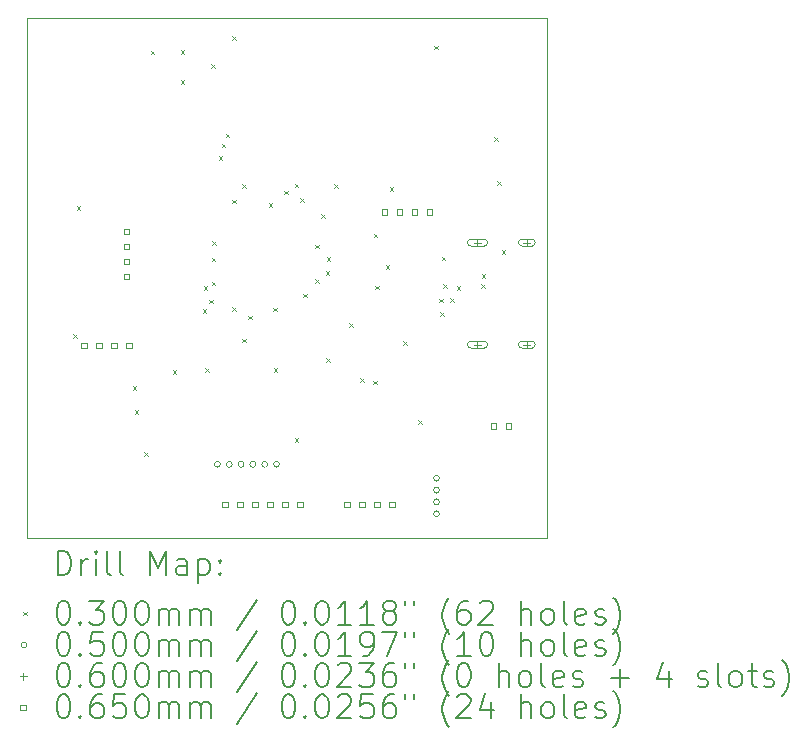
<source format=gbr>
%TF.GenerationSoftware,KiCad,Pcbnew,8.0.7*%
%TF.CreationDate,2024-12-11T19:40:17+05:30*%
%TF.ProjectId,SNSRTG401V30,534e5352-5447-4343-9031-5633302e6b69,3.0*%
%TF.SameCoordinates,Original*%
%TF.FileFunction,Drillmap*%
%TF.FilePolarity,Positive*%
%FSLAX45Y45*%
G04 Gerber Fmt 4.5, Leading zero omitted, Abs format (unit mm)*
G04 Created by KiCad (PCBNEW 8.0.7) date 2024-12-11 19:40:17*
%MOMM*%
%LPD*%
G01*
G04 APERTURE LIST*
%ADD10C,0.050000*%
%ADD11C,0.200000*%
%ADD12C,0.100000*%
G04 APERTURE END LIST*
D10*
X8000000Y-2600000D02*
X12400000Y-2600000D01*
X12400000Y-7000000D01*
X8000000Y-7000000D01*
X8000000Y-2600000D01*
D11*
D12*
X8390530Y-5278020D02*
X8420530Y-5308020D01*
X8420530Y-5278020D02*
X8390530Y-5308020D01*
X8417540Y-4192340D02*
X8447540Y-4222340D01*
X8447540Y-4192340D02*
X8417540Y-4222340D01*
X8894580Y-5714980D02*
X8924580Y-5744980D01*
X8924580Y-5714980D02*
X8894580Y-5744980D01*
X8909220Y-5918590D02*
X8939220Y-5948590D01*
X8939220Y-5918590D02*
X8909220Y-5948590D01*
X8991400Y-6275910D02*
X9021400Y-6305910D01*
X9021400Y-6275910D02*
X8991400Y-6305910D01*
X9044190Y-2876800D02*
X9074190Y-2906800D01*
X9074190Y-2876800D02*
X9044190Y-2906800D01*
X9229850Y-5580150D02*
X9259850Y-5610150D01*
X9259850Y-5580150D02*
X9229850Y-5610150D01*
X9300380Y-2871090D02*
X9330380Y-2901090D01*
X9330380Y-2871090D02*
X9300380Y-2901090D01*
X9301040Y-3124240D02*
X9331040Y-3154240D01*
X9331040Y-3124240D02*
X9301040Y-3154240D01*
X9484400Y-5066690D02*
X9514400Y-5096690D01*
X9514400Y-5066690D02*
X9484400Y-5096690D01*
X9495730Y-4871290D02*
X9525730Y-4901290D01*
X9525730Y-4871290D02*
X9495730Y-4901290D01*
X9507110Y-5564380D02*
X9537110Y-5594380D01*
X9537110Y-5564380D02*
X9507110Y-5594380D01*
X9538720Y-4984070D02*
X9568720Y-5014070D01*
X9568720Y-4984070D02*
X9538720Y-5014070D01*
X9556780Y-2991250D02*
X9586780Y-3021250D01*
X9586780Y-2991250D02*
X9556780Y-3021250D01*
X9562380Y-4628860D02*
X9592380Y-4658860D01*
X9592380Y-4628860D02*
X9562380Y-4658860D01*
X9563520Y-4831480D02*
X9593520Y-4861480D01*
X9593520Y-4831480D02*
X9563520Y-4861480D01*
X9565240Y-4489740D02*
X9595240Y-4519740D01*
X9595240Y-4489740D02*
X9565240Y-4519740D01*
X9622690Y-3768320D02*
X9652690Y-3798320D01*
X9652690Y-3768320D02*
X9622690Y-3798320D01*
X9647600Y-3663450D02*
X9677600Y-3693450D01*
X9677600Y-3663450D02*
X9647600Y-3693450D01*
X9679930Y-3576990D02*
X9709930Y-3606990D01*
X9709930Y-3576990D02*
X9679930Y-3606990D01*
X9735070Y-2752870D02*
X9765070Y-2782870D01*
X9765070Y-2752870D02*
X9735070Y-2782870D01*
X9737130Y-4136240D02*
X9767130Y-4166240D01*
X9767130Y-4136240D02*
X9737130Y-4166240D01*
X9737310Y-5049350D02*
X9767310Y-5079350D01*
X9767310Y-5049350D02*
X9737310Y-5079350D01*
X9819760Y-5314870D02*
X9849760Y-5344870D01*
X9849760Y-5314870D02*
X9819760Y-5344870D01*
X9820060Y-4006870D02*
X9850060Y-4036870D01*
X9850060Y-4006870D02*
X9820060Y-4036870D01*
X9869070Y-5120260D02*
X9899070Y-5150260D01*
X9899070Y-5120260D02*
X9869070Y-5150260D01*
X10042700Y-4169180D02*
X10072700Y-4199180D01*
X10072700Y-4169180D02*
X10042700Y-4199180D01*
X10084590Y-5052970D02*
X10114590Y-5082970D01*
X10114590Y-5052970D02*
X10084590Y-5082970D01*
X10088000Y-5562000D02*
X10118000Y-5592000D01*
X10118000Y-5562000D02*
X10088000Y-5592000D01*
X10175000Y-4062580D02*
X10205000Y-4092580D01*
X10205000Y-4062580D02*
X10175000Y-4092580D01*
X10265660Y-6155910D02*
X10295660Y-6185910D01*
X10295660Y-6155910D02*
X10265660Y-6185910D01*
X10265880Y-4002710D02*
X10295880Y-4032710D01*
X10295880Y-4002710D02*
X10265880Y-4032710D01*
X10310290Y-4122850D02*
X10340290Y-4152850D01*
X10340290Y-4122850D02*
X10310290Y-4152850D01*
X10338120Y-4934690D02*
X10368120Y-4964690D01*
X10368120Y-4934690D02*
X10338120Y-4964690D01*
X10436870Y-4518490D02*
X10466870Y-4548490D01*
X10466870Y-4518490D02*
X10436870Y-4548490D01*
X10437300Y-4812890D02*
X10467300Y-4842890D01*
X10467300Y-4812890D02*
X10437300Y-4842890D01*
X10487490Y-4258250D02*
X10517490Y-4288250D01*
X10517490Y-4258250D02*
X10487490Y-4288250D01*
X10526070Y-4743640D02*
X10556070Y-4773640D01*
X10556070Y-4743640D02*
X10526070Y-4773640D01*
X10532760Y-5479000D02*
X10562760Y-5509000D01*
X10562760Y-5479000D02*
X10532760Y-5509000D01*
X10533730Y-4623860D02*
X10563730Y-4653860D01*
X10563730Y-4623860D02*
X10533730Y-4653860D01*
X10599650Y-4007290D02*
X10629650Y-4037290D01*
X10629650Y-4007290D02*
X10599650Y-4037290D01*
X10724280Y-5181800D02*
X10754280Y-5211800D01*
X10754280Y-5181800D02*
X10724280Y-5211800D01*
X10818100Y-5648100D02*
X10848100Y-5678100D01*
X10848100Y-5648100D02*
X10818100Y-5678100D01*
X10929370Y-5670050D02*
X10959370Y-5700050D01*
X10959370Y-5670050D02*
X10929370Y-5700050D01*
X10933050Y-4427000D02*
X10963050Y-4457000D01*
X10963050Y-4427000D02*
X10933050Y-4457000D01*
X10948210Y-4865740D02*
X10978210Y-4895740D01*
X10978210Y-4865740D02*
X10948210Y-4895740D01*
X11034080Y-4691440D02*
X11064080Y-4721440D01*
X11064080Y-4691440D02*
X11034080Y-4721440D01*
X11069040Y-4033620D02*
X11099040Y-4063620D01*
X11099040Y-4033620D02*
X11069040Y-4063620D01*
X11185300Y-5334630D02*
X11215300Y-5364630D01*
X11215300Y-5334630D02*
X11185300Y-5364630D01*
X11311350Y-6005540D02*
X11341350Y-6035540D01*
X11341350Y-6005540D02*
X11311350Y-6035540D01*
X11446750Y-2834990D02*
X11476750Y-2864990D01*
X11476750Y-2834990D02*
X11446750Y-2864990D01*
X11488610Y-4977110D02*
X11518610Y-5007110D01*
X11518610Y-4977110D02*
X11488610Y-5007110D01*
X11496080Y-5092000D02*
X11526080Y-5122000D01*
X11526080Y-5092000D02*
X11496080Y-5122000D01*
X11510380Y-4620480D02*
X11540380Y-4650480D01*
X11540380Y-4620480D02*
X11510380Y-4650480D01*
X11520640Y-4853390D02*
X11550640Y-4883390D01*
X11550640Y-4853390D02*
X11520640Y-4883390D01*
X11582950Y-4971160D02*
X11612950Y-5001160D01*
X11612950Y-4971160D02*
X11582950Y-5001160D01*
X11635630Y-4872080D02*
X11665630Y-4902080D01*
X11665630Y-4872080D02*
X11635630Y-4902080D01*
X11843390Y-4850790D02*
X11873390Y-4880790D01*
X11873390Y-4850790D02*
X11843390Y-4880790D01*
X11846500Y-4766290D02*
X11876500Y-4796290D01*
X11876500Y-4766290D02*
X11846500Y-4796290D01*
X11951690Y-3608460D02*
X11981690Y-3638460D01*
X11981690Y-3608460D02*
X11951690Y-3638460D01*
X11978320Y-3979760D02*
X12008320Y-4009760D01*
X12008320Y-3979760D02*
X11978320Y-4009760D01*
X12019170Y-4565070D02*
X12049170Y-4595070D01*
X12049170Y-4565070D02*
X12019170Y-4595070D01*
X9635280Y-6377940D02*
G75*
G02*
X9585280Y-6377940I-25000J0D01*
G01*
X9585280Y-6377940D02*
G75*
G02*
X9635280Y-6377940I25000J0D01*
G01*
X9735280Y-6377940D02*
G75*
G02*
X9685280Y-6377940I-25000J0D01*
G01*
X9685280Y-6377940D02*
G75*
G02*
X9735280Y-6377940I25000J0D01*
G01*
X9835280Y-6377940D02*
G75*
G02*
X9785280Y-6377940I-25000J0D01*
G01*
X9785280Y-6377940D02*
G75*
G02*
X9835280Y-6377940I25000J0D01*
G01*
X9935280Y-6377940D02*
G75*
G02*
X9885280Y-6377940I-25000J0D01*
G01*
X9885280Y-6377940D02*
G75*
G02*
X9935280Y-6377940I25000J0D01*
G01*
X10035280Y-6377940D02*
G75*
G02*
X9985280Y-6377940I-25000J0D01*
G01*
X9985280Y-6377940D02*
G75*
G02*
X10035280Y-6377940I25000J0D01*
G01*
X10135280Y-6377940D02*
G75*
G02*
X10085280Y-6377940I-25000J0D01*
G01*
X10085280Y-6377940D02*
G75*
G02*
X10135280Y-6377940I25000J0D01*
G01*
X11490000Y-6496000D02*
G75*
G02*
X11440000Y-6496000I-25000J0D01*
G01*
X11440000Y-6496000D02*
G75*
G02*
X11490000Y-6496000I25000J0D01*
G01*
X11490000Y-6596000D02*
G75*
G02*
X11440000Y-6596000I-25000J0D01*
G01*
X11440000Y-6596000D02*
G75*
G02*
X11490000Y-6596000I25000J0D01*
G01*
X11490000Y-6696000D02*
G75*
G02*
X11440000Y-6696000I-25000J0D01*
G01*
X11440000Y-6696000D02*
G75*
G02*
X11490000Y-6696000I25000J0D01*
G01*
X11490000Y-6796000D02*
G75*
G02*
X11440000Y-6796000I-25000J0D01*
G01*
X11440000Y-6796000D02*
G75*
G02*
X11490000Y-6796000I25000J0D01*
G01*
X11812000Y-4470000D02*
X11812000Y-4530000D01*
X11782000Y-4500000D02*
X11842000Y-4500000D01*
X11757000Y-4530000D02*
X11867000Y-4530000D01*
X11867000Y-4470000D02*
G75*
G02*
X11867000Y-4530000I0J-30000D01*
G01*
X11867000Y-4470000D02*
X11757000Y-4470000D01*
X11757000Y-4470000D02*
G75*
G03*
X11757000Y-4530000I0J-30000D01*
G01*
X11812000Y-5334000D02*
X11812000Y-5394000D01*
X11782000Y-5364000D02*
X11842000Y-5364000D01*
X11757000Y-5394000D02*
X11867000Y-5394000D01*
X11867000Y-5334000D02*
G75*
G02*
X11867000Y-5394000I0J-30000D01*
G01*
X11867000Y-5334000D02*
X11757000Y-5334000D01*
X11757000Y-5334000D02*
G75*
G03*
X11757000Y-5394000I0J-30000D01*
G01*
X12230000Y-4470000D02*
X12230000Y-4530000D01*
X12200000Y-4500000D02*
X12260000Y-4500000D01*
X12190000Y-4530000D02*
X12270000Y-4530000D01*
X12270000Y-4470000D02*
G75*
G02*
X12270000Y-4530000I0J-30000D01*
G01*
X12270000Y-4470000D02*
X12190000Y-4470000D01*
X12190000Y-4470000D02*
G75*
G03*
X12190000Y-4530000I0J-30000D01*
G01*
X12230000Y-5334000D02*
X12230000Y-5394000D01*
X12200000Y-5364000D02*
X12260000Y-5364000D01*
X12190000Y-5394000D02*
X12270000Y-5394000D01*
X12270000Y-5334000D02*
G75*
G02*
X12270000Y-5394000I0J-30000D01*
G01*
X12270000Y-5334000D02*
X12190000Y-5334000D01*
X12190000Y-5334000D02*
G75*
G03*
X12190000Y-5394000I0J-30000D01*
G01*
X8504041Y-5395081D02*
X8504041Y-5349119D01*
X8458079Y-5349119D01*
X8458079Y-5395081D01*
X8504041Y-5395081D01*
X8631041Y-5395081D02*
X8631041Y-5349119D01*
X8585079Y-5349119D01*
X8585079Y-5395081D01*
X8631041Y-5395081D01*
X8758041Y-5395081D02*
X8758041Y-5349119D01*
X8712079Y-5349119D01*
X8712079Y-5395081D01*
X8758041Y-5395081D01*
X8862181Y-4429881D02*
X8862181Y-4383919D01*
X8816219Y-4383919D01*
X8816219Y-4429881D01*
X8862181Y-4429881D01*
X8862181Y-4556881D02*
X8862181Y-4510919D01*
X8816219Y-4510919D01*
X8816219Y-4556881D01*
X8862181Y-4556881D01*
X8862181Y-4683881D02*
X8862181Y-4637919D01*
X8816219Y-4637919D01*
X8816219Y-4683881D01*
X8862181Y-4683881D01*
X8862181Y-4810881D02*
X8862181Y-4764919D01*
X8816219Y-4764919D01*
X8816219Y-4810881D01*
X8862181Y-4810881D01*
X8885041Y-5395081D02*
X8885041Y-5349119D01*
X8839079Y-5349119D01*
X8839079Y-5395081D01*
X8885041Y-5395081D01*
X9697841Y-6742981D02*
X9697841Y-6697019D01*
X9651879Y-6697019D01*
X9651879Y-6742981D01*
X9697841Y-6742981D01*
X9824841Y-6742981D02*
X9824841Y-6697019D01*
X9778879Y-6697019D01*
X9778879Y-6742981D01*
X9824841Y-6742981D01*
X9951841Y-6742981D02*
X9951841Y-6697019D01*
X9905879Y-6697019D01*
X9905879Y-6742981D01*
X9951841Y-6742981D01*
X10078841Y-6742981D02*
X10078841Y-6697019D01*
X10032879Y-6697019D01*
X10032879Y-6742981D01*
X10078841Y-6742981D01*
X10205841Y-6742981D02*
X10205841Y-6697019D01*
X10159879Y-6697019D01*
X10159879Y-6742981D01*
X10205841Y-6742981D01*
X10332841Y-6742981D02*
X10332841Y-6697019D01*
X10286879Y-6697019D01*
X10286879Y-6742981D01*
X10332841Y-6742981D01*
X10729081Y-6742981D02*
X10729081Y-6697019D01*
X10683119Y-6697019D01*
X10683119Y-6742981D01*
X10729081Y-6742981D01*
X10856081Y-6742981D02*
X10856081Y-6697019D01*
X10810119Y-6697019D01*
X10810119Y-6742981D01*
X10856081Y-6742981D01*
X10983081Y-6742981D02*
X10983081Y-6697019D01*
X10937119Y-6697019D01*
X10937119Y-6742981D01*
X10983081Y-6742981D01*
X11046981Y-4264781D02*
X11046981Y-4218819D01*
X11001019Y-4218819D01*
X11001019Y-4264781D01*
X11046981Y-4264781D01*
X11110081Y-6742981D02*
X11110081Y-6697019D01*
X11064119Y-6697019D01*
X11064119Y-6742981D01*
X11110081Y-6742981D01*
X11173981Y-4264781D02*
X11173981Y-4218819D01*
X11128019Y-4218819D01*
X11128019Y-4264781D01*
X11173981Y-4264781D01*
X11300981Y-4264781D02*
X11300981Y-4218819D01*
X11255019Y-4218819D01*
X11255019Y-4264781D01*
X11300981Y-4264781D01*
X11427981Y-4264781D02*
X11427981Y-4218819D01*
X11382019Y-4218819D01*
X11382019Y-4264781D01*
X11427981Y-4264781D01*
X11968601Y-6077981D02*
X11968601Y-6032019D01*
X11922639Y-6032019D01*
X11922639Y-6077981D01*
X11968601Y-6077981D01*
X12095601Y-6077981D02*
X12095601Y-6032019D01*
X12049639Y-6032019D01*
X12049639Y-6077981D01*
X12095601Y-6077981D01*
D11*
X8258277Y-7313984D02*
X8258277Y-7113984D01*
X8258277Y-7113984D02*
X8305896Y-7113984D01*
X8305896Y-7113984D02*
X8334467Y-7123508D01*
X8334467Y-7123508D02*
X8353515Y-7142555D01*
X8353515Y-7142555D02*
X8363039Y-7161603D01*
X8363039Y-7161603D02*
X8372562Y-7199698D01*
X8372562Y-7199698D02*
X8372562Y-7228269D01*
X8372562Y-7228269D02*
X8363039Y-7266365D01*
X8363039Y-7266365D02*
X8353515Y-7285412D01*
X8353515Y-7285412D02*
X8334467Y-7304460D01*
X8334467Y-7304460D02*
X8305896Y-7313984D01*
X8305896Y-7313984D02*
X8258277Y-7313984D01*
X8458277Y-7313984D02*
X8458277Y-7180650D01*
X8458277Y-7218746D02*
X8467801Y-7199698D01*
X8467801Y-7199698D02*
X8477324Y-7190174D01*
X8477324Y-7190174D02*
X8496372Y-7180650D01*
X8496372Y-7180650D02*
X8515420Y-7180650D01*
X8582086Y-7313984D02*
X8582086Y-7180650D01*
X8582086Y-7113984D02*
X8572563Y-7123508D01*
X8572563Y-7123508D02*
X8582086Y-7133031D01*
X8582086Y-7133031D02*
X8591610Y-7123508D01*
X8591610Y-7123508D02*
X8582086Y-7113984D01*
X8582086Y-7113984D02*
X8582086Y-7133031D01*
X8705896Y-7313984D02*
X8686848Y-7304460D01*
X8686848Y-7304460D02*
X8677324Y-7285412D01*
X8677324Y-7285412D02*
X8677324Y-7113984D01*
X8810658Y-7313984D02*
X8791610Y-7304460D01*
X8791610Y-7304460D02*
X8782086Y-7285412D01*
X8782086Y-7285412D02*
X8782086Y-7113984D01*
X9039229Y-7313984D02*
X9039229Y-7113984D01*
X9039229Y-7113984D02*
X9105896Y-7256841D01*
X9105896Y-7256841D02*
X9172563Y-7113984D01*
X9172563Y-7113984D02*
X9172563Y-7313984D01*
X9353515Y-7313984D02*
X9353515Y-7209222D01*
X9353515Y-7209222D02*
X9343991Y-7190174D01*
X9343991Y-7190174D02*
X9324944Y-7180650D01*
X9324944Y-7180650D02*
X9286848Y-7180650D01*
X9286848Y-7180650D02*
X9267801Y-7190174D01*
X9353515Y-7304460D02*
X9334467Y-7313984D01*
X9334467Y-7313984D02*
X9286848Y-7313984D01*
X9286848Y-7313984D02*
X9267801Y-7304460D01*
X9267801Y-7304460D02*
X9258277Y-7285412D01*
X9258277Y-7285412D02*
X9258277Y-7266365D01*
X9258277Y-7266365D02*
X9267801Y-7247317D01*
X9267801Y-7247317D02*
X9286848Y-7237793D01*
X9286848Y-7237793D02*
X9334467Y-7237793D01*
X9334467Y-7237793D02*
X9353515Y-7228269D01*
X9448753Y-7180650D02*
X9448753Y-7380650D01*
X9448753Y-7190174D02*
X9467801Y-7180650D01*
X9467801Y-7180650D02*
X9505896Y-7180650D01*
X9505896Y-7180650D02*
X9524944Y-7190174D01*
X9524944Y-7190174D02*
X9534467Y-7199698D01*
X9534467Y-7199698D02*
X9543991Y-7218746D01*
X9543991Y-7218746D02*
X9543991Y-7275888D01*
X9543991Y-7275888D02*
X9534467Y-7294936D01*
X9534467Y-7294936D02*
X9524944Y-7304460D01*
X9524944Y-7304460D02*
X9505896Y-7313984D01*
X9505896Y-7313984D02*
X9467801Y-7313984D01*
X9467801Y-7313984D02*
X9448753Y-7304460D01*
X9629705Y-7294936D02*
X9639229Y-7304460D01*
X9639229Y-7304460D02*
X9629705Y-7313984D01*
X9629705Y-7313984D02*
X9620182Y-7304460D01*
X9620182Y-7304460D02*
X9629705Y-7294936D01*
X9629705Y-7294936D02*
X9629705Y-7313984D01*
X9629705Y-7190174D02*
X9639229Y-7199698D01*
X9639229Y-7199698D02*
X9629705Y-7209222D01*
X9629705Y-7209222D02*
X9620182Y-7199698D01*
X9620182Y-7199698D02*
X9629705Y-7190174D01*
X9629705Y-7190174D02*
X9629705Y-7209222D01*
D12*
X7967500Y-7627500D02*
X7997500Y-7657500D01*
X7997500Y-7627500D02*
X7967500Y-7657500D01*
D11*
X8296372Y-7533984D02*
X8315420Y-7533984D01*
X8315420Y-7533984D02*
X8334467Y-7543508D01*
X8334467Y-7543508D02*
X8343991Y-7553031D01*
X8343991Y-7553031D02*
X8353515Y-7572079D01*
X8353515Y-7572079D02*
X8363039Y-7610174D01*
X8363039Y-7610174D02*
X8363039Y-7657793D01*
X8363039Y-7657793D02*
X8353515Y-7695888D01*
X8353515Y-7695888D02*
X8343991Y-7714936D01*
X8343991Y-7714936D02*
X8334467Y-7724460D01*
X8334467Y-7724460D02*
X8315420Y-7733984D01*
X8315420Y-7733984D02*
X8296372Y-7733984D01*
X8296372Y-7733984D02*
X8277324Y-7724460D01*
X8277324Y-7724460D02*
X8267801Y-7714936D01*
X8267801Y-7714936D02*
X8258277Y-7695888D01*
X8258277Y-7695888D02*
X8248753Y-7657793D01*
X8248753Y-7657793D02*
X8248753Y-7610174D01*
X8248753Y-7610174D02*
X8258277Y-7572079D01*
X8258277Y-7572079D02*
X8267801Y-7553031D01*
X8267801Y-7553031D02*
X8277324Y-7543508D01*
X8277324Y-7543508D02*
X8296372Y-7533984D01*
X8448753Y-7714936D02*
X8458277Y-7724460D01*
X8458277Y-7724460D02*
X8448753Y-7733984D01*
X8448753Y-7733984D02*
X8439229Y-7724460D01*
X8439229Y-7724460D02*
X8448753Y-7714936D01*
X8448753Y-7714936D02*
X8448753Y-7733984D01*
X8524944Y-7533984D02*
X8648753Y-7533984D01*
X8648753Y-7533984D02*
X8582086Y-7610174D01*
X8582086Y-7610174D02*
X8610658Y-7610174D01*
X8610658Y-7610174D02*
X8629705Y-7619698D01*
X8629705Y-7619698D02*
X8639229Y-7629222D01*
X8639229Y-7629222D02*
X8648753Y-7648269D01*
X8648753Y-7648269D02*
X8648753Y-7695888D01*
X8648753Y-7695888D02*
X8639229Y-7714936D01*
X8639229Y-7714936D02*
X8629705Y-7724460D01*
X8629705Y-7724460D02*
X8610658Y-7733984D01*
X8610658Y-7733984D02*
X8553515Y-7733984D01*
X8553515Y-7733984D02*
X8534467Y-7724460D01*
X8534467Y-7724460D02*
X8524944Y-7714936D01*
X8772563Y-7533984D02*
X8791610Y-7533984D01*
X8791610Y-7533984D02*
X8810658Y-7543508D01*
X8810658Y-7543508D02*
X8820182Y-7553031D01*
X8820182Y-7553031D02*
X8829705Y-7572079D01*
X8829705Y-7572079D02*
X8839229Y-7610174D01*
X8839229Y-7610174D02*
X8839229Y-7657793D01*
X8839229Y-7657793D02*
X8829705Y-7695888D01*
X8829705Y-7695888D02*
X8820182Y-7714936D01*
X8820182Y-7714936D02*
X8810658Y-7724460D01*
X8810658Y-7724460D02*
X8791610Y-7733984D01*
X8791610Y-7733984D02*
X8772563Y-7733984D01*
X8772563Y-7733984D02*
X8753515Y-7724460D01*
X8753515Y-7724460D02*
X8743991Y-7714936D01*
X8743991Y-7714936D02*
X8734467Y-7695888D01*
X8734467Y-7695888D02*
X8724944Y-7657793D01*
X8724944Y-7657793D02*
X8724944Y-7610174D01*
X8724944Y-7610174D02*
X8734467Y-7572079D01*
X8734467Y-7572079D02*
X8743991Y-7553031D01*
X8743991Y-7553031D02*
X8753515Y-7543508D01*
X8753515Y-7543508D02*
X8772563Y-7533984D01*
X8963039Y-7533984D02*
X8982086Y-7533984D01*
X8982086Y-7533984D02*
X9001134Y-7543508D01*
X9001134Y-7543508D02*
X9010658Y-7553031D01*
X9010658Y-7553031D02*
X9020182Y-7572079D01*
X9020182Y-7572079D02*
X9029705Y-7610174D01*
X9029705Y-7610174D02*
X9029705Y-7657793D01*
X9029705Y-7657793D02*
X9020182Y-7695888D01*
X9020182Y-7695888D02*
X9010658Y-7714936D01*
X9010658Y-7714936D02*
X9001134Y-7724460D01*
X9001134Y-7724460D02*
X8982086Y-7733984D01*
X8982086Y-7733984D02*
X8963039Y-7733984D01*
X8963039Y-7733984D02*
X8943991Y-7724460D01*
X8943991Y-7724460D02*
X8934467Y-7714936D01*
X8934467Y-7714936D02*
X8924944Y-7695888D01*
X8924944Y-7695888D02*
X8915420Y-7657793D01*
X8915420Y-7657793D02*
X8915420Y-7610174D01*
X8915420Y-7610174D02*
X8924944Y-7572079D01*
X8924944Y-7572079D02*
X8934467Y-7553031D01*
X8934467Y-7553031D02*
X8943991Y-7543508D01*
X8943991Y-7543508D02*
X8963039Y-7533984D01*
X9115420Y-7733984D02*
X9115420Y-7600650D01*
X9115420Y-7619698D02*
X9124944Y-7610174D01*
X9124944Y-7610174D02*
X9143991Y-7600650D01*
X9143991Y-7600650D02*
X9172563Y-7600650D01*
X9172563Y-7600650D02*
X9191610Y-7610174D01*
X9191610Y-7610174D02*
X9201134Y-7629222D01*
X9201134Y-7629222D02*
X9201134Y-7733984D01*
X9201134Y-7629222D02*
X9210658Y-7610174D01*
X9210658Y-7610174D02*
X9229705Y-7600650D01*
X9229705Y-7600650D02*
X9258277Y-7600650D01*
X9258277Y-7600650D02*
X9277325Y-7610174D01*
X9277325Y-7610174D02*
X9286848Y-7629222D01*
X9286848Y-7629222D02*
X9286848Y-7733984D01*
X9382086Y-7733984D02*
X9382086Y-7600650D01*
X9382086Y-7619698D02*
X9391610Y-7610174D01*
X9391610Y-7610174D02*
X9410658Y-7600650D01*
X9410658Y-7600650D02*
X9439229Y-7600650D01*
X9439229Y-7600650D02*
X9458277Y-7610174D01*
X9458277Y-7610174D02*
X9467801Y-7629222D01*
X9467801Y-7629222D02*
X9467801Y-7733984D01*
X9467801Y-7629222D02*
X9477325Y-7610174D01*
X9477325Y-7610174D02*
X9496372Y-7600650D01*
X9496372Y-7600650D02*
X9524944Y-7600650D01*
X9524944Y-7600650D02*
X9543991Y-7610174D01*
X9543991Y-7610174D02*
X9553515Y-7629222D01*
X9553515Y-7629222D02*
X9553515Y-7733984D01*
X9943991Y-7524460D02*
X9772563Y-7781603D01*
X10201134Y-7533984D02*
X10220182Y-7533984D01*
X10220182Y-7533984D02*
X10239229Y-7543508D01*
X10239229Y-7543508D02*
X10248753Y-7553031D01*
X10248753Y-7553031D02*
X10258277Y-7572079D01*
X10258277Y-7572079D02*
X10267801Y-7610174D01*
X10267801Y-7610174D02*
X10267801Y-7657793D01*
X10267801Y-7657793D02*
X10258277Y-7695888D01*
X10258277Y-7695888D02*
X10248753Y-7714936D01*
X10248753Y-7714936D02*
X10239229Y-7724460D01*
X10239229Y-7724460D02*
X10220182Y-7733984D01*
X10220182Y-7733984D02*
X10201134Y-7733984D01*
X10201134Y-7733984D02*
X10182087Y-7724460D01*
X10182087Y-7724460D02*
X10172563Y-7714936D01*
X10172563Y-7714936D02*
X10163039Y-7695888D01*
X10163039Y-7695888D02*
X10153515Y-7657793D01*
X10153515Y-7657793D02*
X10153515Y-7610174D01*
X10153515Y-7610174D02*
X10163039Y-7572079D01*
X10163039Y-7572079D02*
X10172563Y-7553031D01*
X10172563Y-7553031D02*
X10182087Y-7543508D01*
X10182087Y-7543508D02*
X10201134Y-7533984D01*
X10353515Y-7714936D02*
X10363039Y-7724460D01*
X10363039Y-7724460D02*
X10353515Y-7733984D01*
X10353515Y-7733984D02*
X10343991Y-7724460D01*
X10343991Y-7724460D02*
X10353515Y-7714936D01*
X10353515Y-7714936D02*
X10353515Y-7733984D01*
X10486848Y-7533984D02*
X10505896Y-7533984D01*
X10505896Y-7533984D02*
X10524944Y-7543508D01*
X10524944Y-7543508D02*
X10534468Y-7553031D01*
X10534468Y-7553031D02*
X10543991Y-7572079D01*
X10543991Y-7572079D02*
X10553515Y-7610174D01*
X10553515Y-7610174D02*
X10553515Y-7657793D01*
X10553515Y-7657793D02*
X10543991Y-7695888D01*
X10543991Y-7695888D02*
X10534468Y-7714936D01*
X10534468Y-7714936D02*
X10524944Y-7724460D01*
X10524944Y-7724460D02*
X10505896Y-7733984D01*
X10505896Y-7733984D02*
X10486848Y-7733984D01*
X10486848Y-7733984D02*
X10467801Y-7724460D01*
X10467801Y-7724460D02*
X10458277Y-7714936D01*
X10458277Y-7714936D02*
X10448753Y-7695888D01*
X10448753Y-7695888D02*
X10439229Y-7657793D01*
X10439229Y-7657793D02*
X10439229Y-7610174D01*
X10439229Y-7610174D02*
X10448753Y-7572079D01*
X10448753Y-7572079D02*
X10458277Y-7553031D01*
X10458277Y-7553031D02*
X10467801Y-7543508D01*
X10467801Y-7543508D02*
X10486848Y-7533984D01*
X10743991Y-7733984D02*
X10629706Y-7733984D01*
X10686848Y-7733984D02*
X10686848Y-7533984D01*
X10686848Y-7533984D02*
X10667801Y-7562555D01*
X10667801Y-7562555D02*
X10648753Y-7581603D01*
X10648753Y-7581603D02*
X10629706Y-7591127D01*
X10934468Y-7733984D02*
X10820182Y-7733984D01*
X10877325Y-7733984D02*
X10877325Y-7533984D01*
X10877325Y-7533984D02*
X10858277Y-7562555D01*
X10858277Y-7562555D02*
X10839229Y-7581603D01*
X10839229Y-7581603D02*
X10820182Y-7591127D01*
X11048753Y-7619698D02*
X11029706Y-7610174D01*
X11029706Y-7610174D02*
X11020182Y-7600650D01*
X11020182Y-7600650D02*
X11010658Y-7581603D01*
X11010658Y-7581603D02*
X11010658Y-7572079D01*
X11010658Y-7572079D02*
X11020182Y-7553031D01*
X11020182Y-7553031D02*
X11029706Y-7543508D01*
X11029706Y-7543508D02*
X11048753Y-7533984D01*
X11048753Y-7533984D02*
X11086849Y-7533984D01*
X11086849Y-7533984D02*
X11105896Y-7543508D01*
X11105896Y-7543508D02*
X11115420Y-7553031D01*
X11115420Y-7553031D02*
X11124944Y-7572079D01*
X11124944Y-7572079D02*
X11124944Y-7581603D01*
X11124944Y-7581603D02*
X11115420Y-7600650D01*
X11115420Y-7600650D02*
X11105896Y-7610174D01*
X11105896Y-7610174D02*
X11086849Y-7619698D01*
X11086849Y-7619698D02*
X11048753Y-7619698D01*
X11048753Y-7619698D02*
X11029706Y-7629222D01*
X11029706Y-7629222D02*
X11020182Y-7638746D01*
X11020182Y-7638746D02*
X11010658Y-7657793D01*
X11010658Y-7657793D02*
X11010658Y-7695888D01*
X11010658Y-7695888D02*
X11020182Y-7714936D01*
X11020182Y-7714936D02*
X11029706Y-7724460D01*
X11029706Y-7724460D02*
X11048753Y-7733984D01*
X11048753Y-7733984D02*
X11086849Y-7733984D01*
X11086849Y-7733984D02*
X11105896Y-7724460D01*
X11105896Y-7724460D02*
X11115420Y-7714936D01*
X11115420Y-7714936D02*
X11124944Y-7695888D01*
X11124944Y-7695888D02*
X11124944Y-7657793D01*
X11124944Y-7657793D02*
X11115420Y-7638746D01*
X11115420Y-7638746D02*
X11105896Y-7629222D01*
X11105896Y-7629222D02*
X11086849Y-7619698D01*
X11201134Y-7533984D02*
X11201134Y-7572079D01*
X11277325Y-7533984D02*
X11277325Y-7572079D01*
X11572563Y-7810174D02*
X11563039Y-7800650D01*
X11563039Y-7800650D02*
X11543991Y-7772079D01*
X11543991Y-7772079D02*
X11534468Y-7753031D01*
X11534468Y-7753031D02*
X11524944Y-7724460D01*
X11524944Y-7724460D02*
X11515420Y-7676841D01*
X11515420Y-7676841D02*
X11515420Y-7638746D01*
X11515420Y-7638746D02*
X11524944Y-7591127D01*
X11524944Y-7591127D02*
X11534468Y-7562555D01*
X11534468Y-7562555D02*
X11543991Y-7543508D01*
X11543991Y-7543508D02*
X11563039Y-7514936D01*
X11563039Y-7514936D02*
X11572563Y-7505412D01*
X11734468Y-7533984D02*
X11696372Y-7533984D01*
X11696372Y-7533984D02*
X11677325Y-7543508D01*
X11677325Y-7543508D02*
X11667801Y-7553031D01*
X11667801Y-7553031D02*
X11648753Y-7581603D01*
X11648753Y-7581603D02*
X11639229Y-7619698D01*
X11639229Y-7619698D02*
X11639229Y-7695888D01*
X11639229Y-7695888D02*
X11648753Y-7714936D01*
X11648753Y-7714936D02*
X11658277Y-7724460D01*
X11658277Y-7724460D02*
X11677325Y-7733984D01*
X11677325Y-7733984D02*
X11715420Y-7733984D01*
X11715420Y-7733984D02*
X11734468Y-7724460D01*
X11734468Y-7724460D02*
X11743991Y-7714936D01*
X11743991Y-7714936D02*
X11753515Y-7695888D01*
X11753515Y-7695888D02*
X11753515Y-7648269D01*
X11753515Y-7648269D02*
X11743991Y-7629222D01*
X11743991Y-7629222D02*
X11734468Y-7619698D01*
X11734468Y-7619698D02*
X11715420Y-7610174D01*
X11715420Y-7610174D02*
X11677325Y-7610174D01*
X11677325Y-7610174D02*
X11658277Y-7619698D01*
X11658277Y-7619698D02*
X11648753Y-7629222D01*
X11648753Y-7629222D02*
X11639229Y-7648269D01*
X11829706Y-7553031D02*
X11839229Y-7543508D01*
X11839229Y-7543508D02*
X11858277Y-7533984D01*
X11858277Y-7533984D02*
X11905896Y-7533984D01*
X11905896Y-7533984D02*
X11924944Y-7543508D01*
X11924944Y-7543508D02*
X11934468Y-7553031D01*
X11934468Y-7553031D02*
X11943991Y-7572079D01*
X11943991Y-7572079D02*
X11943991Y-7591127D01*
X11943991Y-7591127D02*
X11934468Y-7619698D01*
X11934468Y-7619698D02*
X11820182Y-7733984D01*
X11820182Y-7733984D02*
X11943991Y-7733984D01*
X12182087Y-7733984D02*
X12182087Y-7533984D01*
X12267801Y-7733984D02*
X12267801Y-7629222D01*
X12267801Y-7629222D02*
X12258277Y-7610174D01*
X12258277Y-7610174D02*
X12239230Y-7600650D01*
X12239230Y-7600650D02*
X12210658Y-7600650D01*
X12210658Y-7600650D02*
X12191610Y-7610174D01*
X12191610Y-7610174D02*
X12182087Y-7619698D01*
X12391610Y-7733984D02*
X12372563Y-7724460D01*
X12372563Y-7724460D02*
X12363039Y-7714936D01*
X12363039Y-7714936D02*
X12353515Y-7695888D01*
X12353515Y-7695888D02*
X12353515Y-7638746D01*
X12353515Y-7638746D02*
X12363039Y-7619698D01*
X12363039Y-7619698D02*
X12372563Y-7610174D01*
X12372563Y-7610174D02*
X12391610Y-7600650D01*
X12391610Y-7600650D02*
X12420182Y-7600650D01*
X12420182Y-7600650D02*
X12439230Y-7610174D01*
X12439230Y-7610174D02*
X12448753Y-7619698D01*
X12448753Y-7619698D02*
X12458277Y-7638746D01*
X12458277Y-7638746D02*
X12458277Y-7695888D01*
X12458277Y-7695888D02*
X12448753Y-7714936D01*
X12448753Y-7714936D02*
X12439230Y-7724460D01*
X12439230Y-7724460D02*
X12420182Y-7733984D01*
X12420182Y-7733984D02*
X12391610Y-7733984D01*
X12572563Y-7733984D02*
X12553515Y-7724460D01*
X12553515Y-7724460D02*
X12543991Y-7705412D01*
X12543991Y-7705412D02*
X12543991Y-7533984D01*
X12724944Y-7724460D02*
X12705896Y-7733984D01*
X12705896Y-7733984D02*
X12667801Y-7733984D01*
X12667801Y-7733984D02*
X12648753Y-7724460D01*
X12648753Y-7724460D02*
X12639230Y-7705412D01*
X12639230Y-7705412D02*
X12639230Y-7629222D01*
X12639230Y-7629222D02*
X12648753Y-7610174D01*
X12648753Y-7610174D02*
X12667801Y-7600650D01*
X12667801Y-7600650D02*
X12705896Y-7600650D01*
X12705896Y-7600650D02*
X12724944Y-7610174D01*
X12724944Y-7610174D02*
X12734468Y-7629222D01*
X12734468Y-7629222D02*
X12734468Y-7648269D01*
X12734468Y-7648269D02*
X12639230Y-7667317D01*
X12810658Y-7724460D02*
X12829706Y-7733984D01*
X12829706Y-7733984D02*
X12867801Y-7733984D01*
X12867801Y-7733984D02*
X12886849Y-7724460D01*
X12886849Y-7724460D02*
X12896372Y-7705412D01*
X12896372Y-7705412D02*
X12896372Y-7695888D01*
X12896372Y-7695888D02*
X12886849Y-7676841D01*
X12886849Y-7676841D02*
X12867801Y-7667317D01*
X12867801Y-7667317D02*
X12839230Y-7667317D01*
X12839230Y-7667317D02*
X12820182Y-7657793D01*
X12820182Y-7657793D02*
X12810658Y-7638746D01*
X12810658Y-7638746D02*
X12810658Y-7629222D01*
X12810658Y-7629222D02*
X12820182Y-7610174D01*
X12820182Y-7610174D02*
X12839230Y-7600650D01*
X12839230Y-7600650D02*
X12867801Y-7600650D01*
X12867801Y-7600650D02*
X12886849Y-7610174D01*
X12963039Y-7810174D02*
X12972563Y-7800650D01*
X12972563Y-7800650D02*
X12991611Y-7772079D01*
X12991611Y-7772079D02*
X13001134Y-7753031D01*
X13001134Y-7753031D02*
X13010658Y-7724460D01*
X13010658Y-7724460D02*
X13020182Y-7676841D01*
X13020182Y-7676841D02*
X13020182Y-7638746D01*
X13020182Y-7638746D02*
X13010658Y-7591127D01*
X13010658Y-7591127D02*
X13001134Y-7562555D01*
X13001134Y-7562555D02*
X12991611Y-7543508D01*
X12991611Y-7543508D02*
X12972563Y-7514936D01*
X12972563Y-7514936D02*
X12963039Y-7505412D01*
D12*
X7997500Y-7906500D02*
G75*
G02*
X7947500Y-7906500I-25000J0D01*
G01*
X7947500Y-7906500D02*
G75*
G02*
X7997500Y-7906500I25000J0D01*
G01*
D11*
X8296372Y-7797984D02*
X8315420Y-7797984D01*
X8315420Y-7797984D02*
X8334467Y-7807508D01*
X8334467Y-7807508D02*
X8343991Y-7817031D01*
X8343991Y-7817031D02*
X8353515Y-7836079D01*
X8353515Y-7836079D02*
X8363039Y-7874174D01*
X8363039Y-7874174D02*
X8363039Y-7921793D01*
X8363039Y-7921793D02*
X8353515Y-7959888D01*
X8353515Y-7959888D02*
X8343991Y-7978936D01*
X8343991Y-7978936D02*
X8334467Y-7988460D01*
X8334467Y-7988460D02*
X8315420Y-7997984D01*
X8315420Y-7997984D02*
X8296372Y-7997984D01*
X8296372Y-7997984D02*
X8277324Y-7988460D01*
X8277324Y-7988460D02*
X8267801Y-7978936D01*
X8267801Y-7978936D02*
X8258277Y-7959888D01*
X8258277Y-7959888D02*
X8248753Y-7921793D01*
X8248753Y-7921793D02*
X8248753Y-7874174D01*
X8248753Y-7874174D02*
X8258277Y-7836079D01*
X8258277Y-7836079D02*
X8267801Y-7817031D01*
X8267801Y-7817031D02*
X8277324Y-7807508D01*
X8277324Y-7807508D02*
X8296372Y-7797984D01*
X8448753Y-7978936D02*
X8458277Y-7988460D01*
X8458277Y-7988460D02*
X8448753Y-7997984D01*
X8448753Y-7997984D02*
X8439229Y-7988460D01*
X8439229Y-7988460D02*
X8448753Y-7978936D01*
X8448753Y-7978936D02*
X8448753Y-7997984D01*
X8639229Y-7797984D02*
X8543991Y-7797984D01*
X8543991Y-7797984D02*
X8534467Y-7893222D01*
X8534467Y-7893222D02*
X8543991Y-7883698D01*
X8543991Y-7883698D02*
X8563039Y-7874174D01*
X8563039Y-7874174D02*
X8610658Y-7874174D01*
X8610658Y-7874174D02*
X8629705Y-7883698D01*
X8629705Y-7883698D02*
X8639229Y-7893222D01*
X8639229Y-7893222D02*
X8648753Y-7912269D01*
X8648753Y-7912269D02*
X8648753Y-7959888D01*
X8648753Y-7959888D02*
X8639229Y-7978936D01*
X8639229Y-7978936D02*
X8629705Y-7988460D01*
X8629705Y-7988460D02*
X8610658Y-7997984D01*
X8610658Y-7997984D02*
X8563039Y-7997984D01*
X8563039Y-7997984D02*
X8543991Y-7988460D01*
X8543991Y-7988460D02*
X8534467Y-7978936D01*
X8772563Y-7797984D02*
X8791610Y-7797984D01*
X8791610Y-7797984D02*
X8810658Y-7807508D01*
X8810658Y-7807508D02*
X8820182Y-7817031D01*
X8820182Y-7817031D02*
X8829705Y-7836079D01*
X8829705Y-7836079D02*
X8839229Y-7874174D01*
X8839229Y-7874174D02*
X8839229Y-7921793D01*
X8839229Y-7921793D02*
X8829705Y-7959888D01*
X8829705Y-7959888D02*
X8820182Y-7978936D01*
X8820182Y-7978936D02*
X8810658Y-7988460D01*
X8810658Y-7988460D02*
X8791610Y-7997984D01*
X8791610Y-7997984D02*
X8772563Y-7997984D01*
X8772563Y-7997984D02*
X8753515Y-7988460D01*
X8753515Y-7988460D02*
X8743991Y-7978936D01*
X8743991Y-7978936D02*
X8734467Y-7959888D01*
X8734467Y-7959888D02*
X8724944Y-7921793D01*
X8724944Y-7921793D02*
X8724944Y-7874174D01*
X8724944Y-7874174D02*
X8734467Y-7836079D01*
X8734467Y-7836079D02*
X8743991Y-7817031D01*
X8743991Y-7817031D02*
X8753515Y-7807508D01*
X8753515Y-7807508D02*
X8772563Y-7797984D01*
X8963039Y-7797984D02*
X8982086Y-7797984D01*
X8982086Y-7797984D02*
X9001134Y-7807508D01*
X9001134Y-7807508D02*
X9010658Y-7817031D01*
X9010658Y-7817031D02*
X9020182Y-7836079D01*
X9020182Y-7836079D02*
X9029705Y-7874174D01*
X9029705Y-7874174D02*
X9029705Y-7921793D01*
X9029705Y-7921793D02*
X9020182Y-7959888D01*
X9020182Y-7959888D02*
X9010658Y-7978936D01*
X9010658Y-7978936D02*
X9001134Y-7988460D01*
X9001134Y-7988460D02*
X8982086Y-7997984D01*
X8982086Y-7997984D02*
X8963039Y-7997984D01*
X8963039Y-7997984D02*
X8943991Y-7988460D01*
X8943991Y-7988460D02*
X8934467Y-7978936D01*
X8934467Y-7978936D02*
X8924944Y-7959888D01*
X8924944Y-7959888D02*
X8915420Y-7921793D01*
X8915420Y-7921793D02*
X8915420Y-7874174D01*
X8915420Y-7874174D02*
X8924944Y-7836079D01*
X8924944Y-7836079D02*
X8934467Y-7817031D01*
X8934467Y-7817031D02*
X8943991Y-7807508D01*
X8943991Y-7807508D02*
X8963039Y-7797984D01*
X9115420Y-7997984D02*
X9115420Y-7864650D01*
X9115420Y-7883698D02*
X9124944Y-7874174D01*
X9124944Y-7874174D02*
X9143991Y-7864650D01*
X9143991Y-7864650D02*
X9172563Y-7864650D01*
X9172563Y-7864650D02*
X9191610Y-7874174D01*
X9191610Y-7874174D02*
X9201134Y-7893222D01*
X9201134Y-7893222D02*
X9201134Y-7997984D01*
X9201134Y-7893222D02*
X9210658Y-7874174D01*
X9210658Y-7874174D02*
X9229705Y-7864650D01*
X9229705Y-7864650D02*
X9258277Y-7864650D01*
X9258277Y-7864650D02*
X9277325Y-7874174D01*
X9277325Y-7874174D02*
X9286848Y-7893222D01*
X9286848Y-7893222D02*
X9286848Y-7997984D01*
X9382086Y-7997984D02*
X9382086Y-7864650D01*
X9382086Y-7883698D02*
X9391610Y-7874174D01*
X9391610Y-7874174D02*
X9410658Y-7864650D01*
X9410658Y-7864650D02*
X9439229Y-7864650D01*
X9439229Y-7864650D02*
X9458277Y-7874174D01*
X9458277Y-7874174D02*
X9467801Y-7893222D01*
X9467801Y-7893222D02*
X9467801Y-7997984D01*
X9467801Y-7893222D02*
X9477325Y-7874174D01*
X9477325Y-7874174D02*
X9496372Y-7864650D01*
X9496372Y-7864650D02*
X9524944Y-7864650D01*
X9524944Y-7864650D02*
X9543991Y-7874174D01*
X9543991Y-7874174D02*
X9553515Y-7893222D01*
X9553515Y-7893222D02*
X9553515Y-7997984D01*
X9943991Y-7788460D02*
X9772563Y-8045603D01*
X10201134Y-7797984D02*
X10220182Y-7797984D01*
X10220182Y-7797984D02*
X10239229Y-7807508D01*
X10239229Y-7807508D02*
X10248753Y-7817031D01*
X10248753Y-7817031D02*
X10258277Y-7836079D01*
X10258277Y-7836079D02*
X10267801Y-7874174D01*
X10267801Y-7874174D02*
X10267801Y-7921793D01*
X10267801Y-7921793D02*
X10258277Y-7959888D01*
X10258277Y-7959888D02*
X10248753Y-7978936D01*
X10248753Y-7978936D02*
X10239229Y-7988460D01*
X10239229Y-7988460D02*
X10220182Y-7997984D01*
X10220182Y-7997984D02*
X10201134Y-7997984D01*
X10201134Y-7997984D02*
X10182087Y-7988460D01*
X10182087Y-7988460D02*
X10172563Y-7978936D01*
X10172563Y-7978936D02*
X10163039Y-7959888D01*
X10163039Y-7959888D02*
X10153515Y-7921793D01*
X10153515Y-7921793D02*
X10153515Y-7874174D01*
X10153515Y-7874174D02*
X10163039Y-7836079D01*
X10163039Y-7836079D02*
X10172563Y-7817031D01*
X10172563Y-7817031D02*
X10182087Y-7807508D01*
X10182087Y-7807508D02*
X10201134Y-7797984D01*
X10353515Y-7978936D02*
X10363039Y-7988460D01*
X10363039Y-7988460D02*
X10353515Y-7997984D01*
X10353515Y-7997984D02*
X10343991Y-7988460D01*
X10343991Y-7988460D02*
X10353515Y-7978936D01*
X10353515Y-7978936D02*
X10353515Y-7997984D01*
X10486848Y-7797984D02*
X10505896Y-7797984D01*
X10505896Y-7797984D02*
X10524944Y-7807508D01*
X10524944Y-7807508D02*
X10534468Y-7817031D01*
X10534468Y-7817031D02*
X10543991Y-7836079D01*
X10543991Y-7836079D02*
X10553515Y-7874174D01*
X10553515Y-7874174D02*
X10553515Y-7921793D01*
X10553515Y-7921793D02*
X10543991Y-7959888D01*
X10543991Y-7959888D02*
X10534468Y-7978936D01*
X10534468Y-7978936D02*
X10524944Y-7988460D01*
X10524944Y-7988460D02*
X10505896Y-7997984D01*
X10505896Y-7997984D02*
X10486848Y-7997984D01*
X10486848Y-7997984D02*
X10467801Y-7988460D01*
X10467801Y-7988460D02*
X10458277Y-7978936D01*
X10458277Y-7978936D02*
X10448753Y-7959888D01*
X10448753Y-7959888D02*
X10439229Y-7921793D01*
X10439229Y-7921793D02*
X10439229Y-7874174D01*
X10439229Y-7874174D02*
X10448753Y-7836079D01*
X10448753Y-7836079D02*
X10458277Y-7817031D01*
X10458277Y-7817031D02*
X10467801Y-7807508D01*
X10467801Y-7807508D02*
X10486848Y-7797984D01*
X10743991Y-7997984D02*
X10629706Y-7997984D01*
X10686848Y-7997984D02*
X10686848Y-7797984D01*
X10686848Y-7797984D02*
X10667801Y-7826555D01*
X10667801Y-7826555D02*
X10648753Y-7845603D01*
X10648753Y-7845603D02*
X10629706Y-7855127D01*
X10839229Y-7997984D02*
X10877325Y-7997984D01*
X10877325Y-7997984D02*
X10896372Y-7988460D01*
X10896372Y-7988460D02*
X10905896Y-7978936D01*
X10905896Y-7978936D02*
X10924944Y-7950365D01*
X10924944Y-7950365D02*
X10934468Y-7912269D01*
X10934468Y-7912269D02*
X10934468Y-7836079D01*
X10934468Y-7836079D02*
X10924944Y-7817031D01*
X10924944Y-7817031D02*
X10915420Y-7807508D01*
X10915420Y-7807508D02*
X10896372Y-7797984D01*
X10896372Y-7797984D02*
X10858277Y-7797984D01*
X10858277Y-7797984D02*
X10839229Y-7807508D01*
X10839229Y-7807508D02*
X10829706Y-7817031D01*
X10829706Y-7817031D02*
X10820182Y-7836079D01*
X10820182Y-7836079D02*
X10820182Y-7883698D01*
X10820182Y-7883698D02*
X10829706Y-7902746D01*
X10829706Y-7902746D02*
X10839229Y-7912269D01*
X10839229Y-7912269D02*
X10858277Y-7921793D01*
X10858277Y-7921793D02*
X10896372Y-7921793D01*
X10896372Y-7921793D02*
X10915420Y-7912269D01*
X10915420Y-7912269D02*
X10924944Y-7902746D01*
X10924944Y-7902746D02*
X10934468Y-7883698D01*
X11001134Y-7797984D02*
X11134468Y-7797984D01*
X11134468Y-7797984D02*
X11048753Y-7997984D01*
X11201134Y-7797984D02*
X11201134Y-7836079D01*
X11277325Y-7797984D02*
X11277325Y-7836079D01*
X11572563Y-8074174D02*
X11563039Y-8064650D01*
X11563039Y-8064650D02*
X11543991Y-8036079D01*
X11543991Y-8036079D02*
X11534468Y-8017031D01*
X11534468Y-8017031D02*
X11524944Y-7988460D01*
X11524944Y-7988460D02*
X11515420Y-7940841D01*
X11515420Y-7940841D02*
X11515420Y-7902746D01*
X11515420Y-7902746D02*
X11524944Y-7855127D01*
X11524944Y-7855127D02*
X11534468Y-7826555D01*
X11534468Y-7826555D02*
X11543991Y-7807508D01*
X11543991Y-7807508D02*
X11563039Y-7778936D01*
X11563039Y-7778936D02*
X11572563Y-7769412D01*
X11753515Y-7997984D02*
X11639229Y-7997984D01*
X11696372Y-7997984D02*
X11696372Y-7797984D01*
X11696372Y-7797984D02*
X11677325Y-7826555D01*
X11677325Y-7826555D02*
X11658277Y-7845603D01*
X11658277Y-7845603D02*
X11639229Y-7855127D01*
X11877325Y-7797984D02*
X11896372Y-7797984D01*
X11896372Y-7797984D02*
X11915420Y-7807508D01*
X11915420Y-7807508D02*
X11924944Y-7817031D01*
X11924944Y-7817031D02*
X11934468Y-7836079D01*
X11934468Y-7836079D02*
X11943991Y-7874174D01*
X11943991Y-7874174D02*
X11943991Y-7921793D01*
X11943991Y-7921793D02*
X11934468Y-7959888D01*
X11934468Y-7959888D02*
X11924944Y-7978936D01*
X11924944Y-7978936D02*
X11915420Y-7988460D01*
X11915420Y-7988460D02*
X11896372Y-7997984D01*
X11896372Y-7997984D02*
X11877325Y-7997984D01*
X11877325Y-7997984D02*
X11858277Y-7988460D01*
X11858277Y-7988460D02*
X11848753Y-7978936D01*
X11848753Y-7978936D02*
X11839229Y-7959888D01*
X11839229Y-7959888D02*
X11829706Y-7921793D01*
X11829706Y-7921793D02*
X11829706Y-7874174D01*
X11829706Y-7874174D02*
X11839229Y-7836079D01*
X11839229Y-7836079D02*
X11848753Y-7817031D01*
X11848753Y-7817031D02*
X11858277Y-7807508D01*
X11858277Y-7807508D02*
X11877325Y-7797984D01*
X12182087Y-7997984D02*
X12182087Y-7797984D01*
X12267801Y-7997984D02*
X12267801Y-7893222D01*
X12267801Y-7893222D02*
X12258277Y-7874174D01*
X12258277Y-7874174D02*
X12239230Y-7864650D01*
X12239230Y-7864650D02*
X12210658Y-7864650D01*
X12210658Y-7864650D02*
X12191610Y-7874174D01*
X12191610Y-7874174D02*
X12182087Y-7883698D01*
X12391610Y-7997984D02*
X12372563Y-7988460D01*
X12372563Y-7988460D02*
X12363039Y-7978936D01*
X12363039Y-7978936D02*
X12353515Y-7959888D01*
X12353515Y-7959888D02*
X12353515Y-7902746D01*
X12353515Y-7902746D02*
X12363039Y-7883698D01*
X12363039Y-7883698D02*
X12372563Y-7874174D01*
X12372563Y-7874174D02*
X12391610Y-7864650D01*
X12391610Y-7864650D02*
X12420182Y-7864650D01*
X12420182Y-7864650D02*
X12439230Y-7874174D01*
X12439230Y-7874174D02*
X12448753Y-7883698D01*
X12448753Y-7883698D02*
X12458277Y-7902746D01*
X12458277Y-7902746D02*
X12458277Y-7959888D01*
X12458277Y-7959888D02*
X12448753Y-7978936D01*
X12448753Y-7978936D02*
X12439230Y-7988460D01*
X12439230Y-7988460D02*
X12420182Y-7997984D01*
X12420182Y-7997984D02*
X12391610Y-7997984D01*
X12572563Y-7997984D02*
X12553515Y-7988460D01*
X12553515Y-7988460D02*
X12543991Y-7969412D01*
X12543991Y-7969412D02*
X12543991Y-7797984D01*
X12724944Y-7988460D02*
X12705896Y-7997984D01*
X12705896Y-7997984D02*
X12667801Y-7997984D01*
X12667801Y-7997984D02*
X12648753Y-7988460D01*
X12648753Y-7988460D02*
X12639230Y-7969412D01*
X12639230Y-7969412D02*
X12639230Y-7893222D01*
X12639230Y-7893222D02*
X12648753Y-7874174D01*
X12648753Y-7874174D02*
X12667801Y-7864650D01*
X12667801Y-7864650D02*
X12705896Y-7864650D01*
X12705896Y-7864650D02*
X12724944Y-7874174D01*
X12724944Y-7874174D02*
X12734468Y-7893222D01*
X12734468Y-7893222D02*
X12734468Y-7912269D01*
X12734468Y-7912269D02*
X12639230Y-7931317D01*
X12810658Y-7988460D02*
X12829706Y-7997984D01*
X12829706Y-7997984D02*
X12867801Y-7997984D01*
X12867801Y-7997984D02*
X12886849Y-7988460D01*
X12886849Y-7988460D02*
X12896372Y-7969412D01*
X12896372Y-7969412D02*
X12896372Y-7959888D01*
X12896372Y-7959888D02*
X12886849Y-7940841D01*
X12886849Y-7940841D02*
X12867801Y-7931317D01*
X12867801Y-7931317D02*
X12839230Y-7931317D01*
X12839230Y-7931317D02*
X12820182Y-7921793D01*
X12820182Y-7921793D02*
X12810658Y-7902746D01*
X12810658Y-7902746D02*
X12810658Y-7893222D01*
X12810658Y-7893222D02*
X12820182Y-7874174D01*
X12820182Y-7874174D02*
X12839230Y-7864650D01*
X12839230Y-7864650D02*
X12867801Y-7864650D01*
X12867801Y-7864650D02*
X12886849Y-7874174D01*
X12963039Y-8074174D02*
X12972563Y-8064650D01*
X12972563Y-8064650D02*
X12991611Y-8036079D01*
X12991611Y-8036079D02*
X13001134Y-8017031D01*
X13001134Y-8017031D02*
X13010658Y-7988460D01*
X13010658Y-7988460D02*
X13020182Y-7940841D01*
X13020182Y-7940841D02*
X13020182Y-7902746D01*
X13020182Y-7902746D02*
X13010658Y-7855127D01*
X13010658Y-7855127D02*
X13001134Y-7826555D01*
X13001134Y-7826555D02*
X12991611Y-7807508D01*
X12991611Y-7807508D02*
X12972563Y-7778936D01*
X12972563Y-7778936D02*
X12963039Y-7769412D01*
D12*
X7967500Y-8140500D02*
X7967500Y-8200500D01*
X7937500Y-8170500D02*
X7997500Y-8170500D01*
D11*
X8296372Y-8061984D02*
X8315420Y-8061984D01*
X8315420Y-8061984D02*
X8334467Y-8071508D01*
X8334467Y-8071508D02*
X8343991Y-8081031D01*
X8343991Y-8081031D02*
X8353515Y-8100079D01*
X8353515Y-8100079D02*
X8363039Y-8138174D01*
X8363039Y-8138174D02*
X8363039Y-8185793D01*
X8363039Y-8185793D02*
X8353515Y-8223888D01*
X8353515Y-8223888D02*
X8343991Y-8242936D01*
X8343991Y-8242936D02*
X8334467Y-8252460D01*
X8334467Y-8252460D02*
X8315420Y-8261984D01*
X8315420Y-8261984D02*
X8296372Y-8261984D01*
X8296372Y-8261984D02*
X8277324Y-8252460D01*
X8277324Y-8252460D02*
X8267801Y-8242936D01*
X8267801Y-8242936D02*
X8258277Y-8223888D01*
X8258277Y-8223888D02*
X8248753Y-8185793D01*
X8248753Y-8185793D02*
X8248753Y-8138174D01*
X8248753Y-8138174D02*
X8258277Y-8100079D01*
X8258277Y-8100079D02*
X8267801Y-8081031D01*
X8267801Y-8081031D02*
X8277324Y-8071508D01*
X8277324Y-8071508D02*
X8296372Y-8061984D01*
X8448753Y-8242936D02*
X8458277Y-8252460D01*
X8458277Y-8252460D02*
X8448753Y-8261984D01*
X8448753Y-8261984D02*
X8439229Y-8252460D01*
X8439229Y-8252460D02*
X8448753Y-8242936D01*
X8448753Y-8242936D02*
X8448753Y-8261984D01*
X8629705Y-8061984D02*
X8591610Y-8061984D01*
X8591610Y-8061984D02*
X8572563Y-8071508D01*
X8572563Y-8071508D02*
X8563039Y-8081031D01*
X8563039Y-8081031D02*
X8543991Y-8109603D01*
X8543991Y-8109603D02*
X8534467Y-8147698D01*
X8534467Y-8147698D02*
X8534467Y-8223888D01*
X8534467Y-8223888D02*
X8543991Y-8242936D01*
X8543991Y-8242936D02*
X8553515Y-8252460D01*
X8553515Y-8252460D02*
X8572563Y-8261984D01*
X8572563Y-8261984D02*
X8610658Y-8261984D01*
X8610658Y-8261984D02*
X8629705Y-8252460D01*
X8629705Y-8252460D02*
X8639229Y-8242936D01*
X8639229Y-8242936D02*
X8648753Y-8223888D01*
X8648753Y-8223888D02*
X8648753Y-8176269D01*
X8648753Y-8176269D02*
X8639229Y-8157222D01*
X8639229Y-8157222D02*
X8629705Y-8147698D01*
X8629705Y-8147698D02*
X8610658Y-8138174D01*
X8610658Y-8138174D02*
X8572563Y-8138174D01*
X8572563Y-8138174D02*
X8553515Y-8147698D01*
X8553515Y-8147698D02*
X8543991Y-8157222D01*
X8543991Y-8157222D02*
X8534467Y-8176269D01*
X8772563Y-8061984D02*
X8791610Y-8061984D01*
X8791610Y-8061984D02*
X8810658Y-8071508D01*
X8810658Y-8071508D02*
X8820182Y-8081031D01*
X8820182Y-8081031D02*
X8829705Y-8100079D01*
X8829705Y-8100079D02*
X8839229Y-8138174D01*
X8839229Y-8138174D02*
X8839229Y-8185793D01*
X8839229Y-8185793D02*
X8829705Y-8223888D01*
X8829705Y-8223888D02*
X8820182Y-8242936D01*
X8820182Y-8242936D02*
X8810658Y-8252460D01*
X8810658Y-8252460D02*
X8791610Y-8261984D01*
X8791610Y-8261984D02*
X8772563Y-8261984D01*
X8772563Y-8261984D02*
X8753515Y-8252460D01*
X8753515Y-8252460D02*
X8743991Y-8242936D01*
X8743991Y-8242936D02*
X8734467Y-8223888D01*
X8734467Y-8223888D02*
X8724944Y-8185793D01*
X8724944Y-8185793D02*
X8724944Y-8138174D01*
X8724944Y-8138174D02*
X8734467Y-8100079D01*
X8734467Y-8100079D02*
X8743991Y-8081031D01*
X8743991Y-8081031D02*
X8753515Y-8071508D01*
X8753515Y-8071508D02*
X8772563Y-8061984D01*
X8963039Y-8061984D02*
X8982086Y-8061984D01*
X8982086Y-8061984D02*
X9001134Y-8071508D01*
X9001134Y-8071508D02*
X9010658Y-8081031D01*
X9010658Y-8081031D02*
X9020182Y-8100079D01*
X9020182Y-8100079D02*
X9029705Y-8138174D01*
X9029705Y-8138174D02*
X9029705Y-8185793D01*
X9029705Y-8185793D02*
X9020182Y-8223888D01*
X9020182Y-8223888D02*
X9010658Y-8242936D01*
X9010658Y-8242936D02*
X9001134Y-8252460D01*
X9001134Y-8252460D02*
X8982086Y-8261984D01*
X8982086Y-8261984D02*
X8963039Y-8261984D01*
X8963039Y-8261984D02*
X8943991Y-8252460D01*
X8943991Y-8252460D02*
X8934467Y-8242936D01*
X8934467Y-8242936D02*
X8924944Y-8223888D01*
X8924944Y-8223888D02*
X8915420Y-8185793D01*
X8915420Y-8185793D02*
X8915420Y-8138174D01*
X8915420Y-8138174D02*
X8924944Y-8100079D01*
X8924944Y-8100079D02*
X8934467Y-8081031D01*
X8934467Y-8081031D02*
X8943991Y-8071508D01*
X8943991Y-8071508D02*
X8963039Y-8061984D01*
X9115420Y-8261984D02*
X9115420Y-8128650D01*
X9115420Y-8147698D02*
X9124944Y-8138174D01*
X9124944Y-8138174D02*
X9143991Y-8128650D01*
X9143991Y-8128650D02*
X9172563Y-8128650D01*
X9172563Y-8128650D02*
X9191610Y-8138174D01*
X9191610Y-8138174D02*
X9201134Y-8157222D01*
X9201134Y-8157222D02*
X9201134Y-8261984D01*
X9201134Y-8157222D02*
X9210658Y-8138174D01*
X9210658Y-8138174D02*
X9229705Y-8128650D01*
X9229705Y-8128650D02*
X9258277Y-8128650D01*
X9258277Y-8128650D02*
X9277325Y-8138174D01*
X9277325Y-8138174D02*
X9286848Y-8157222D01*
X9286848Y-8157222D02*
X9286848Y-8261984D01*
X9382086Y-8261984D02*
X9382086Y-8128650D01*
X9382086Y-8147698D02*
X9391610Y-8138174D01*
X9391610Y-8138174D02*
X9410658Y-8128650D01*
X9410658Y-8128650D02*
X9439229Y-8128650D01*
X9439229Y-8128650D02*
X9458277Y-8138174D01*
X9458277Y-8138174D02*
X9467801Y-8157222D01*
X9467801Y-8157222D02*
X9467801Y-8261984D01*
X9467801Y-8157222D02*
X9477325Y-8138174D01*
X9477325Y-8138174D02*
X9496372Y-8128650D01*
X9496372Y-8128650D02*
X9524944Y-8128650D01*
X9524944Y-8128650D02*
X9543991Y-8138174D01*
X9543991Y-8138174D02*
X9553515Y-8157222D01*
X9553515Y-8157222D02*
X9553515Y-8261984D01*
X9943991Y-8052460D02*
X9772563Y-8309603D01*
X10201134Y-8061984D02*
X10220182Y-8061984D01*
X10220182Y-8061984D02*
X10239229Y-8071508D01*
X10239229Y-8071508D02*
X10248753Y-8081031D01*
X10248753Y-8081031D02*
X10258277Y-8100079D01*
X10258277Y-8100079D02*
X10267801Y-8138174D01*
X10267801Y-8138174D02*
X10267801Y-8185793D01*
X10267801Y-8185793D02*
X10258277Y-8223888D01*
X10258277Y-8223888D02*
X10248753Y-8242936D01*
X10248753Y-8242936D02*
X10239229Y-8252460D01*
X10239229Y-8252460D02*
X10220182Y-8261984D01*
X10220182Y-8261984D02*
X10201134Y-8261984D01*
X10201134Y-8261984D02*
X10182087Y-8252460D01*
X10182087Y-8252460D02*
X10172563Y-8242936D01*
X10172563Y-8242936D02*
X10163039Y-8223888D01*
X10163039Y-8223888D02*
X10153515Y-8185793D01*
X10153515Y-8185793D02*
X10153515Y-8138174D01*
X10153515Y-8138174D02*
X10163039Y-8100079D01*
X10163039Y-8100079D02*
X10172563Y-8081031D01*
X10172563Y-8081031D02*
X10182087Y-8071508D01*
X10182087Y-8071508D02*
X10201134Y-8061984D01*
X10353515Y-8242936D02*
X10363039Y-8252460D01*
X10363039Y-8252460D02*
X10353515Y-8261984D01*
X10353515Y-8261984D02*
X10343991Y-8252460D01*
X10343991Y-8252460D02*
X10353515Y-8242936D01*
X10353515Y-8242936D02*
X10353515Y-8261984D01*
X10486848Y-8061984D02*
X10505896Y-8061984D01*
X10505896Y-8061984D02*
X10524944Y-8071508D01*
X10524944Y-8071508D02*
X10534468Y-8081031D01*
X10534468Y-8081031D02*
X10543991Y-8100079D01*
X10543991Y-8100079D02*
X10553515Y-8138174D01*
X10553515Y-8138174D02*
X10553515Y-8185793D01*
X10553515Y-8185793D02*
X10543991Y-8223888D01*
X10543991Y-8223888D02*
X10534468Y-8242936D01*
X10534468Y-8242936D02*
X10524944Y-8252460D01*
X10524944Y-8252460D02*
X10505896Y-8261984D01*
X10505896Y-8261984D02*
X10486848Y-8261984D01*
X10486848Y-8261984D02*
X10467801Y-8252460D01*
X10467801Y-8252460D02*
X10458277Y-8242936D01*
X10458277Y-8242936D02*
X10448753Y-8223888D01*
X10448753Y-8223888D02*
X10439229Y-8185793D01*
X10439229Y-8185793D02*
X10439229Y-8138174D01*
X10439229Y-8138174D02*
X10448753Y-8100079D01*
X10448753Y-8100079D02*
X10458277Y-8081031D01*
X10458277Y-8081031D02*
X10467801Y-8071508D01*
X10467801Y-8071508D02*
X10486848Y-8061984D01*
X10629706Y-8081031D02*
X10639229Y-8071508D01*
X10639229Y-8071508D02*
X10658277Y-8061984D01*
X10658277Y-8061984D02*
X10705896Y-8061984D01*
X10705896Y-8061984D02*
X10724944Y-8071508D01*
X10724944Y-8071508D02*
X10734468Y-8081031D01*
X10734468Y-8081031D02*
X10743991Y-8100079D01*
X10743991Y-8100079D02*
X10743991Y-8119127D01*
X10743991Y-8119127D02*
X10734468Y-8147698D01*
X10734468Y-8147698D02*
X10620182Y-8261984D01*
X10620182Y-8261984D02*
X10743991Y-8261984D01*
X10810658Y-8061984D02*
X10934468Y-8061984D01*
X10934468Y-8061984D02*
X10867801Y-8138174D01*
X10867801Y-8138174D02*
X10896372Y-8138174D01*
X10896372Y-8138174D02*
X10915420Y-8147698D01*
X10915420Y-8147698D02*
X10924944Y-8157222D01*
X10924944Y-8157222D02*
X10934468Y-8176269D01*
X10934468Y-8176269D02*
X10934468Y-8223888D01*
X10934468Y-8223888D02*
X10924944Y-8242936D01*
X10924944Y-8242936D02*
X10915420Y-8252460D01*
X10915420Y-8252460D02*
X10896372Y-8261984D01*
X10896372Y-8261984D02*
X10839229Y-8261984D01*
X10839229Y-8261984D02*
X10820182Y-8252460D01*
X10820182Y-8252460D02*
X10810658Y-8242936D01*
X11105896Y-8061984D02*
X11067801Y-8061984D01*
X11067801Y-8061984D02*
X11048753Y-8071508D01*
X11048753Y-8071508D02*
X11039229Y-8081031D01*
X11039229Y-8081031D02*
X11020182Y-8109603D01*
X11020182Y-8109603D02*
X11010658Y-8147698D01*
X11010658Y-8147698D02*
X11010658Y-8223888D01*
X11010658Y-8223888D02*
X11020182Y-8242936D01*
X11020182Y-8242936D02*
X11029706Y-8252460D01*
X11029706Y-8252460D02*
X11048753Y-8261984D01*
X11048753Y-8261984D02*
X11086849Y-8261984D01*
X11086849Y-8261984D02*
X11105896Y-8252460D01*
X11105896Y-8252460D02*
X11115420Y-8242936D01*
X11115420Y-8242936D02*
X11124944Y-8223888D01*
X11124944Y-8223888D02*
X11124944Y-8176269D01*
X11124944Y-8176269D02*
X11115420Y-8157222D01*
X11115420Y-8157222D02*
X11105896Y-8147698D01*
X11105896Y-8147698D02*
X11086849Y-8138174D01*
X11086849Y-8138174D02*
X11048753Y-8138174D01*
X11048753Y-8138174D02*
X11029706Y-8147698D01*
X11029706Y-8147698D02*
X11020182Y-8157222D01*
X11020182Y-8157222D02*
X11010658Y-8176269D01*
X11201134Y-8061984D02*
X11201134Y-8100079D01*
X11277325Y-8061984D02*
X11277325Y-8100079D01*
X11572563Y-8338174D02*
X11563039Y-8328650D01*
X11563039Y-8328650D02*
X11543991Y-8300079D01*
X11543991Y-8300079D02*
X11534468Y-8281031D01*
X11534468Y-8281031D02*
X11524944Y-8252460D01*
X11524944Y-8252460D02*
X11515420Y-8204841D01*
X11515420Y-8204841D02*
X11515420Y-8166746D01*
X11515420Y-8166746D02*
X11524944Y-8119127D01*
X11524944Y-8119127D02*
X11534468Y-8090555D01*
X11534468Y-8090555D02*
X11543991Y-8071508D01*
X11543991Y-8071508D02*
X11563039Y-8042936D01*
X11563039Y-8042936D02*
X11572563Y-8033412D01*
X11686848Y-8061984D02*
X11705896Y-8061984D01*
X11705896Y-8061984D02*
X11724944Y-8071508D01*
X11724944Y-8071508D02*
X11734468Y-8081031D01*
X11734468Y-8081031D02*
X11743991Y-8100079D01*
X11743991Y-8100079D02*
X11753515Y-8138174D01*
X11753515Y-8138174D02*
X11753515Y-8185793D01*
X11753515Y-8185793D02*
X11743991Y-8223888D01*
X11743991Y-8223888D02*
X11734468Y-8242936D01*
X11734468Y-8242936D02*
X11724944Y-8252460D01*
X11724944Y-8252460D02*
X11705896Y-8261984D01*
X11705896Y-8261984D02*
X11686848Y-8261984D01*
X11686848Y-8261984D02*
X11667801Y-8252460D01*
X11667801Y-8252460D02*
X11658277Y-8242936D01*
X11658277Y-8242936D02*
X11648753Y-8223888D01*
X11648753Y-8223888D02*
X11639229Y-8185793D01*
X11639229Y-8185793D02*
X11639229Y-8138174D01*
X11639229Y-8138174D02*
X11648753Y-8100079D01*
X11648753Y-8100079D02*
X11658277Y-8081031D01*
X11658277Y-8081031D02*
X11667801Y-8071508D01*
X11667801Y-8071508D02*
X11686848Y-8061984D01*
X11991610Y-8261984D02*
X11991610Y-8061984D01*
X12077325Y-8261984D02*
X12077325Y-8157222D01*
X12077325Y-8157222D02*
X12067801Y-8138174D01*
X12067801Y-8138174D02*
X12048753Y-8128650D01*
X12048753Y-8128650D02*
X12020182Y-8128650D01*
X12020182Y-8128650D02*
X12001134Y-8138174D01*
X12001134Y-8138174D02*
X11991610Y-8147698D01*
X12201134Y-8261984D02*
X12182087Y-8252460D01*
X12182087Y-8252460D02*
X12172563Y-8242936D01*
X12172563Y-8242936D02*
X12163039Y-8223888D01*
X12163039Y-8223888D02*
X12163039Y-8166746D01*
X12163039Y-8166746D02*
X12172563Y-8147698D01*
X12172563Y-8147698D02*
X12182087Y-8138174D01*
X12182087Y-8138174D02*
X12201134Y-8128650D01*
X12201134Y-8128650D02*
X12229706Y-8128650D01*
X12229706Y-8128650D02*
X12248753Y-8138174D01*
X12248753Y-8138174D02*
X12258277Y-8147698D01*
X12258277Y-8147698D02*
X12267801Y-8166746D01*
X12267801Y-8166746D02*
X12267801Y-8223888D01*
X12267801Y-8223888D02*
X12258277Y-8242936D01*
X12258277Y-8242936D02*
X12248753Y-8252460D01*
X12248753Y-8252460D02*
X12229706Y-8261984D01*
X12229706Y-8261984D02*
X12201134Y-8261984D01*
X12382087Y-8261984D02*
X12363039Y-8252460D01*
X12363039Y-8252460D02*
X12353515Y-8233412D01*
X12353515Y-8233412D02*
X12353515Y-8061984D01*
X12534468Y-8252460D02*
X12515420Y-8261984D01*
X12515420Y-8261984D02*
X12477325Y-8261984D01*
X12477325Y-8261984D02*
X12458277Y-8252460D01*
X12458277Y-8252460D02*
X12448753Y-8233412D01*
X12448753Y-8233412D02*
X12448753Y-8157222D01*
X12448753Y-8157222D02*
X12458277Y-8138174D01*
X12458277Y-8138174D02*
X12477325Y-8128650D01*
X12477325Y-8128650D02*
X12515420Y-8128650D01*
X12515420Y-8128650D02*
X12534468Y-8138174D01*
X12534468Y-8138174D02*
X12543991Y-8157222D01*
X12543991Y-8157222D02*
X12543991Y-8176269D01*
X12543991Y-8176269D02*
X12448753Y-8195317D01*
X12620182Y-8252460D02*
X12639230Y-8261984D01*
X12639230Y-8261984D02*
X12677325Y-8261984D01*
X12677325Y-8261984D02*
X12696372Y-8252460D01*
X12696372Y-8252460D02*
X12705896Y-8233412D01*
X12705896Y-8233412D02*
X12705896Y-8223888D01*
X12705896Y-8223888D02*
X12696372Y-8204841D01*
X12696372Y-8204841D02*
X12677325Y-8195317D01*
X12677325Y-8195317D02*
X12648753Y-8195317D01*
X12648753Y-8195317D02*
X12629706Y-8185793D01*
X12629706Y-8185793D02*
X12620182Y-8166746D01*
X12620182Y-8166746D02*
X12620182Y-8157222D01*
X12620182Y-8157222D02*
X12629706Y-8138174D01*
X12629706Y-8138174D02*
X12648753Y-8128650D01*
X12648753Y-8128650D02*
X12677325Y-8128650D01*
X12677325Y-8128650D02*
X12696372Y-8138174D01*
X12943992Y-8185793D02*
X13096373Y-8185793D01*
X13020182Y-8261984D02*
X13020182Y-8109603D01*
X13429706Y-8128650D02*
X13429706Y-8261984D01*
X13382087Y-8052460D02*
X13334468Y-8195317D01*
X13334468Y-8195317D02*
X13458277Y-8195317D01*
X13677325Y-8252460D02*
X13696373Y-8261984D01*
X13696373Y-8261984D02*
X13734468Y-8261984D01*
X13734468Y-8261984D02*
X13753515Y-8252460D01*
X13753515Y-8252460D02*
X13763039Y-8233412D01*
X13763039Y-8233412D02*
X13763039Y-8223888D01*
X13763039Y-8223888D02*
X13753515Y-8204841D01*
X13753515Y-8204841D02*
X13734468Y-8195317D01*
X13734468Y-8195317D02*
X13705896Y-8195317D01*
X13705896Y-8195317D02*
X13686849Y-8185793D01*
X13686849Y-8185793D02*
X13677325Y-8166746D01*
X13677325Y-8166746D02*
X13677325Y-8157222D01*
X13677325Y-8157222D02*
X13686849Y-8138174D01*
X13686849Y-8138174D02*
X13705896Y-8128650D01*
X13705896Y-8128650D02*
X13734468Y-8128650D01*
X13734468Y-8128650D02*
X13753515Y-8138174D01*
X13877325Y-8261984D02*
X13858277Y-8252460D01*
X13858277Y-8252460D02*
X13848754Y-8233412D01*
X13848754Y-8233412D02*
X13848754Y-8061984D01*
X13982087Y-8261984D02*
X13963039Y-8252460D01*
X13963039Y-8252460D02*
X13953515Y-8242936D01*
X13953515Y-8242936D02*
X13943992Y-8223888D01*
X13943992Y-8223888D02*
X13943992Y-8166746D01*
X13943992Y-8166746D02*
X13953515Y-8147698D01*
X13953515Y-8147698D02*
X13963039Y-8138174D01*
X13963039Y-8138174D02*
X13982087Y-8128650D01*
X13982087Y-8128650D02*
X14010658Y-8128650D01*
X14010658Y-8128650D02*
X14029706Y-8138174D01*
X14029706Y-8138174D02*
X14039230Y-8147698D01*
X14039230Y-8147698D02*
X14048754Y-8166746D01*
X14048754Y-8166746D02*
X14048754Y-8223888D01*
X14048754Y-8223888D02*
X14039230Y-8242936D01*
X14039230Y-8242936D02*
X14029706Y-8252460D01*
X14029706Y-8252460D02*
X14010658Y-8261984D01*
X14010658Y-8261984D02*
X13982087Y-8261984D01*
X14105896Y-8128650D02*
X14182087Y-8128650D01*
X14134468Y-8061984D02*
X14134468Y-8233412D01*
X14134468Y-8233412D02*
X14143992Y-8252460D01*
X14143992Y-8252460D02*
X14163039Y-8261984D01*
X14163039Y-8261984D02*
X14182087Y-8261984D01*
X14239230Y-8252460D02*
X14258277Y-8261984D01*
X14258277Y-8261984D02*
X14296373Y-8261984D01*
X14296373Y-8261984D02*
X14315420Y-8252460D01*
X14315420Y-8252460D02*
X14324944Y-8233412D01*
X14324944Y-8233412D02*
X14324944Y-8223888D01*
X14324944Y-8223888D02*
X14315420Y-8204841D01*
X14315420Y-8204841D02*
X14296373Y-8195317D01*
X14296373Y-8195317D02*
X14267801Y-8195317D01*
X14267801Y-8195317D02*
X14248754Y-8185793D01*
X14248754Y-8185793D02*
X14239230Y-8166746D01*
X14239230Y-8166746D02*
X14239230Y-8157222D01*
X14239230Y-8157222D02*
X14248754Y-8138174D01*
X14248754Y-8138174D02*
X14267801Y-8128650D01*
X14267801Y-8128650D02*
X14296373Y-8128650D01*
X14296373Y-8128650D02*
X14315420Y-8138174D01*
X14391611Y-8338174D02*
X14401135Y-8328650D01*
X14401135Y-8328650D02*
X14420182Y-8300079D01*
X14420182Y-8300079D02*
X14429706Y-8281031D01*
X14429706Y-8281031D02*
X14439230Y-8252460D01*
X14439230Y-8252460D02*
X14448754Y-8204841D01*
X14448754Y-8204841D02*
X14448754Y-8166746D01*
X14448754Y-8166746D02*
X14439230Y-8119127D01*
X14439230Y-8119127D02*
X14429706Y-8090555D01*
X14429706Y-8090555D02*
X14420182Y-8071508D01*
X14420182Y-8071508D02*
X14401135Y-8042936D01*
X14401135Y-8042936D02*
X14391611Y-8033412D01*
D12*
X7987981Y-8457481D02*
X7987981Y-8411519D01*
X7942019Y-8411519D01*
X7942019Y-8457481D01*
X7987981Y-8457481D01*
D11*
X8296372Y-8325984D02*
X8315420Y-8325984D01*
X8315420Y-8325984D02*
X8334467Y-8335508D01*
X8334467Y-8335508D02*
X8343991Y-8345031D01*
X8343991Y-8345031D02*
X8353515Y-8364079D01*
X8353515Y-8364079D02*
X8363039Y-8402174D01*
X8363039Y-8402174D02*
X8363039Y-8449793D01*
X8363039Y-8449793D02*
X8353515Y-8487889D01*
X8353515Y-8487889D02*
X8343991Y-8506936D01*
X8343991Y-8506936D02*
X8334467Y-8516460D01*
X8334467Y-8516460D02*
X8315420Y-8525984D01*
X8315420Y-8525984D02*
X8296372Y-8525984D01*
X8296372Y-8525984D02*
X8277324Y-8516460D01*
X8277324Y-8516460D02*
X8267801Y-8506936D01*
X8267801Y-8506936D02*
X8258277Y-8487889D01*
X8258277Y-8487889D02*
X8248753Y-8449793D01*
X8248753Y-8449793D02*
X8248753Y-8402174D01*
X8248753Y-8402174D02*
X8258277Y-8364079D01*
X8258277Y-8364079D02*
X8267801Y-8345031D01*
X8267801Y-8345031D02*
X8277324Y-8335508D01*
X8277324Y-8335508D02*
X8296372Y-8325984D01*
X8448753Y-8506936D02*
X8458277Y-8516460D01*
X8458277Y-8516460D02*
X8448753Y-8525984D01*
X8448753Y-8525984D02*
X8439229Y-8516460D01*
X8439229Y-8516460D02*
X8448753Y-8506936D01*
X8448753Y-8506936D02*
X8448753Y-8525984D01*
X8629705Y-8325984D02*
X8591610Y-8325984D01*
X8591610Y-8325984D02*
X8572563Y-8335508D01*
X8572563Y-8335508D02*
X8563039Y-8345031D01*
X8563039Y-8345031D02*
X8543991Y-8373603D01*
X8543991Y-8373603D02*
X8534467Y-8411698D01*
X8534467Y-8411698D02*
X8534467Y-8487889D01*
X8534467Y-8487889D02*
X8543991Y-8506936D01*
X8543991Y-8506936D02*
X8553515Y-8516460D01*
X8553515Y-8516460D02*
X8572563Y-8525984D01*
X8572563Y-8525984D02*
X8610658Y-8525984D01*
X8610658Y-8525984D02*
X8629705Y-8516460D01*
X8629705Y-8516460D02*
X8639229Y-8506936D01*
X8639229Y-8506936D02*
X8648753Y-8487889D01*
X8648753Y-8487889D02*
X8648753Y-8440270D01*
X8648753Y-8440270D02*
X8639229Y-8421222D01*
X8639229Y-8421222D02*
X8629705Y-8411698D01*
X8629705Y-8411698D02*
X8610658Y-8402174D01*
X8610658Y-8402174D02*
X8572563Y-8402174D01*
X8572563Y-8402174D02*
X8553515Y-8411698D01*
X8553515Y-8411698D02*
X8543991Y-8421222D01*
X8543991Y-8421222D02*
X8534467Y-8440270D01*
X8829705Y-8325984D02*
X8734467Y-8325984D01*
X8734467Y-8325984D02*
X8724944Y-8421222D01*
X8724944Y-8421222D02*
X8734467Y-8411698D01*
X8734467Y-8411698D02*
X8753515Y-8402174D01*
X8753515Y-8402174D02*
X8801134Y-8402174D01*
X8801134Y-8402174D02*
X8820182Y-8411698D01*
X8820182Y-8411698D02*
X8829705Y-8421222D01*
X8829705Y-8421222D02*
X8839229Y-8440270D01*
X8839229Y-8440270D02*
X8839229Y-8487889D01*
X8839229Y-8487889D02*
X8829705Y-8506936D01*
X8829705Y-8506936D02*
X8820182Y-8516460D01*
X8820182Y-8516460D02*
X8801134Y-8525984D01*
X8801134Y-8525984D02*
X8753515Y-8525984D01*
X8753515Y-8525984D02*
X8734467Y-8516460D01*
X8734467Y-8516460D02*
X8724944Y-8506936D01*
X8963039Y-8325984D02*
X8982086Y-8325984D01*
X8982086Y-8325984D02*
X9001134Y-8335508D01*
X9001134Y-8335508D02*
X9010658Y-8345031D01*
X9010658Y-8345031D02*
X9020182Y-8364079D01*
X9020182Y-8364079D02*
X9029705Y-8402174D01*
X9029705Y-8402174D02*
X9029705Y-8449793D01*
X9029705Y-8449793D02*
X9020182Y-8487889D01*
X9020182Y-8487889D02*
X9010658Y-8506936D01*
X9010658Y-8506936D02*
X9001134Y-8516460D01*
X9001134Y-8516460D02*
X8982086Y-8525984D01*
X8982086Y-8525984D02*
X8963039Y-8525984D01*
X8963039Y-8525984D02*
X8943991Y-8516460D01*
X8943991Y-8516460D02*
X8934467Y-8506936D01*
X8934467Y-8506936D02*
X8924944Y-8487889D01*
X8924944Y-8487889D02*
X8915420Y-8449793D01*
X8915420Y-8449793D02*
X8915420Y-8402174D01*
X8915420Y-8402174D02*
X8924944Y-8364079D01*
X8924944Y-8364079D02*
X8934467Y-8345031D01*
X8934467Y-8345031D02*
X8943991Y-8335508D01*
X8943991Y-8335508D02*
X8963039Y-8325984D01*
X9115420Y-8525984D02*
X9115420Y-8392650D01*
X9115420Y-8411698D02*
X9124944Y-8402174D01*
X9124944Y-8402174D02*
X9143991Y-8392650D01*
X9143991Y-8392650D02*
X9172563Y-8392650D01*
X9172563Y-8392650D02*
X9191610Y-8402174D01*
X9191610Y-8402174D02*
X9201134Y-8421222D01*
X9201134Y-8421222D02*
X9201134Y-8525984D01*
X9201134Y-8421222D02*
X9210658Y-8402174D01*
X9210658Y-8402174D02*
X9229705Y-8392650D01*
X9229705Y-8392650D02*
X9258277Y-8392650D01*
X9258277Y-8392650D02*
X9277325Y-8402174D01*
X9277325Y-8402174D02*
X9286848Y-8421222D01*
X9286848Y-8421222D02*
X9286848Y-8525984D01*
X9382086Y-8525984D02*
X9382086Y-8392650D01*
X9382086Y-8411698D02*
X9391610Y-8402174D01*
X9391610Y-8402174D02*
X9410658Y-8392650D01*
X9410658Y-8392650D02*
X9439229Y-8392650D01*
X9439229Y-8392650D02*
X9458277Y-8402174D01*
X9458277Y-8402174D02*
X9467801Y-8421222D01*
X9467801Y-8421222D02*
X9467801Y-8525984D01*
X9467801Y-8421222D02*
X9477325Y-8402174D01*
X9477325Y-8402174D02*
X9496372Y-8392650D01*
X9496372Y-8392650D02*
X9524944Y-8392650D01*
X9524944Y-8392650D02*
X9543991Y-8402174D01*
X9543991Y-8402174D02*
X9553515Y-8421222D01*
X9553515Y-8421222D02*
X9553515Y-8525984D01*
X9943991Y-8316460D02*
X9772563Y-8573603D01*
X10201134Y-8325984D02*
X10220182Y-8325984D01*
X10220182Y-8325984D02*
X10239229Y-8335508D01*
X10239229Y-8335508D02*
X10248753Y-8345031D01*
X10248753Y-8345031D02*
X10258277Y-8364079D01*
X10258277Y-8364079D02*
X10267801Y-8402174D01*
X10267801Y-8402174D02*
X10267801Y-8449793D01*
X10267801Y-8449793D02*
X10258277Y-8487889D01*
X10258277Y-8487889D02*
X10248753Y-8506936D01*
X10248753Y-8506936D02*
X10239229Y-8516460D01*
X10239229Y-8516460D02*
X10220182Y-8525984D01*
X10220182Y-8525984D02*
X10201134Y-8525984D01*
X10201134Y-8525984D02*
X10182087Y-8516460D01*
X10182087Y-8516460D02*
X10172563Y-8506936D01*
X10172563Y-8506936D02*
X10163039Y-8487889D01*
X10163039Y-8487889D02*
X10153515Y-8449793D01*
X10153515Y-8449793D02*
X10153515Y-8402174D01*
X10153515Y-8402174D02*
X10163039Y-8364079D01*
X10163039Y-8364079D02*
X10172563Y-8345031D01*
X10172563Y-8345031D02*
X10182087Y-8335508D01*
X10182087Y-8335508D02*
X10201134Y-8325984D01*
X10353515Y-8506936D02*
X10363039Y-8516460D01*
X10363039Y-8516460D02*
X10353515Y-8525984D01*
X10353515Y-8525984D02*
X10343991Y-8516460D01*
X10343991Y-8516460D02*
X10353515Y-8506936D01*
X10353515Y-8506936D02*
X10353515Y-8525984D01*
X10486848Y-8325984D02*
X10505896Y-8325984D01*
X10505896Y-8325984D02*
X10524944Y-8335508D01*
X10524944Y-8335508D02*
X10534468Y-8345031D01*
X10534468Y-8345031D02*
X10543991Y-8364079D01*
X10543991Y-8364079D02*
X10553515Y-8402174D01*
X10553515Y-8402174D02*
X10553515Y-8449793D01*
X10553515Y-8449793D02*
X10543991Y-8487889D01*
X10543991Y-8487889D02*
X10534468Y-8506936D01*
X10534468Y-8506936D02*
X10524944Y-8516460D01*
X10524944Y-8516460D02*
X10505896Y-8525984D01*
X10505896Y-8525984D02*
X10486848Y-8525984D01*
X10486848Y-8525984D02*
X10467801Y-8516460D01*
X10467801Y-8516460D02*
X10458277Y-8506936D01*
X10458277Y-8506936D02*
X10448753Y-8487889D01*
X10448753Y-8487889D02*
X10439229Y-8449793D01*
X10439229Y-8449793D02*
X10439229Y-8402174D01*
X10439229Y-8402174D02*
X10448753Y-8364079D01*
X10448753Y-8364079D02*
X10458277Y-8345031D01*
X10458277Y-8345031D02*
X10467801Y-8335508D01*
X10467801Y-8335508D02*
X10486848Y-8325984D01*
X10629706Y-8345031D02*
X10639229Y-8335508D01*
X10639229Y-8335508D02*
X10658277Y-8325984D01*
X10658277Y-8325984D02*
X10705896Y-8325984D01*
X10705896Y-8325984D02*
X10724944Y-8335508D01*
X10724944Y-8335508D02*
X10734468Y-8345031D01*
X10734468Y-8345031D02*
X10743991Y-8364079D01*
X10743991Y-8364079D02*
X10743991Y-8383127D01*
X10743991Y-8383127D02*
X10734468Y-8411698D01*
X10734468Y-8411698D02*
X10620182Y-8525984D01*
X10620182Y-8525984D02*
X10743991Y-8525984D01*
X10924944Y-8325984D02*
X10829706Y-8325984D01*
X10829706Y-8325984D02*
X10820182Y-8421222D01*
X10820182Y-8421222D02*
X10829706Y-8411698D01*
X10829706Y-8411698D02*
X10848753Y-8402174D01*
X10848753Y-8402174D02*
X10896372Y-8402174D01*
X10896372Y-8402174D02*
X10915420Y-8411698D01*
X10915420Y-8411698D02*
X10924944Y-8421222D01*
X10924944Y-8421222D02*
X10934468Y-8440270D01*
X10934468Y-8440270D02*
X10934468Y-8487889D01*
X10934468Y-8487889D02*
X10924944Y-8506936D01*
X10924944Y-8506936D02*
X10915420Y-8516460D01*
X10915420Y-8516460D02*
X10896372Y-8525984D01*
X10896372Y-8525984D02*
X10848753Y-8525984D01*
X10848753Y-8525984D02*
X10829706Y-8516460D01*
X10829706Y-8516460D02*
X10820182Y-8506936D01*
X11105896Y-8325984D02*
X11067801Y-8325984D01*
X11067801Y-8325984D02*
X11048753Y-8335508D01*
X11048753Y-8335508D02*
X11039229Y-8345031D01*
X11039229Y-8345031D02*
X11020182Y-8373603D01*
X11020182Y-8373603D02*
X11010658Y-8411698D01*
X11010658Y-8411698D02*
X11010658Y-8487889D01*
X11010658Y-8487889D02*
X11020182Y-8506936D01*
X11020182Y-8506936D02*
X11029706Y-8516460D01*
X11029706Y-8516460D02*
X11048753Y-8525984D01*
X11048753Y-8525984D02*
X11086849Y-8525984D01*
X11086849Y-8525984D02*
X11105896Y-8516460D01*
X11105896Y-8516460D02*
X11115420Y-8506936D01*
X11115420Y-8506936D02*
X11124944Y-8487889D01*
X11124944Y-8487889D02*
X11124944Y-8440270D01*
X11124944Y-8440270D02*
X11115420Y-8421222D01*
X11115420Y-8421222D02*
X11105896Y-8411698D01*
X11105896Y-8411698D02*
X11086849Y-8402174D01*
X11086849Y-8402174D02*
X11048753Y-8402174D01*
X11048753Y-8402174D02*
X11029706Y-8411698D01*
X11029706Y-8411698D02*
X11020182Y-8421222D01*
X11020182Y-8421222D02*
X11010658Y-8440270D01*
X11201134Y-8325984D02*
X11201134Y-8364079D01*
X11277325Y-8325984D02*
X11277325Y-8364079D01*
X11572563Y-8602174D02*
X11563039Y-8592650D01*
X11563039Y-8592650D02*
X11543991Y-8564079D01*
X11543991Y-8564079D02*
X11534468Y-8545031D01*
X11534468Y-8545031D02*
X11524944Y-8516460D01*
X11524944Y-8516460D02*
X11515420Y-8468841D01*
X11515420Y-8468841D02*
X11515420Y-8430746D01*
X11515420Y-8430746D02*
X11524944Y-8383127D01*
X11524944Y-8383127D02*
X11534468Y-8354555D01*
X11534468Y-8354555D02*
X11543991Y-8335508D01*
X11543991Y-8335508D02*
X11563039Y-8306936D01*
X11563039Y-8306936D02*
X11572563Y-8297412D01*
X11639229Y-8345031D02*
X11648753Y-8335508D01*
X11648753Y-8335508D02*
X11667801Y-8325984D01*
X11667801Y-8325984D02*
X11715420Y-8325984D01*
X11715420Y-8325984D02*
X11734468Y-8335508D01*
X11734468Y-8335508D02*
X11743991Y-8345031D01*
X11743991Y-8345031D02*
X11753515Y-8364079D01*
X11753515Y-8364079D02*
X11753515Y-8383127D01*
X11753515Y-8383127D02*
X11743991Y-8411698D01*
X11743991Y-8411698D02*
X11629706Y-8525984D01*
X11629706Y-8525984D02*
X11753515Y-8525984D01*
X11924944Y-8392650D02*
X11924944Y-8525984D01*
X11877325Y-8316460D02*
X11829706Y-8459317D01*
X11829706Y-8459317D02*
X11953515Y-8459317D01*
X12182087Y-8525984D02*
X12182087Y-8325984D01*
X12267801Y-8525984D02*
X12267801Y-8421222D01*
X12267801Y-8421222D02*
X12258277Y-8402174D01*
X12258277Y-8402174D02*
X12239230Y-8392650D01*
X12239230Y-8392650D02*
X12210658Y-8392650D01*
X12210658Y-8392650D02*
X12191610Y-8402174D01*
X12191610Y-8402174D02*
X12182087Y-8411698D01*
X12391610Y-8525984D02*
X12372563Y-8516460D01*
X12372563Y-8516460D02*
X12363039Y-8506936D01*
X12363039Y-8506936D02*
X12353515Y-8487889D01*
X12353515Y-8487889D02*
X12353515Y-8430746D01*
X12353515Y-8430746D02*
X12363039Y-8411698D01*
X12363039Y-8411698D02*
X12372563Y-8402174D01*
X12372563Y-8402174D02*
X12391610Y-8392650D01*
X12391610Y-8392650D02*
X12420182Y-8392650D01*
X12420182Y-8392650D02*
X12439230Y-8402174D01*
X12439230Y-8402174D02*
X12448753Y-8411698D01*
X12448753Y-8411698D02*
X12458277Y-8430746D01*
X12458277Y-8430746D02*
X12458277Y-8487889D01*
X12458277Y-8487889D02*
X12448753Y-8506936D01*
X12448753Y-8506936D02*
X12439230Y-8516460D01*
X12439230Y-8516460D02*
X12420182Y-8525984D01*
X12420182Y-8525984D02*
X12391610Y-8525984D01*
X12572563Y-8525984D02*
X12553515Y-8516460D01*
X12553515Y-8516460D02*
X12543991Y-8497412D01*
X12543991Y-8497412D02*
X12543991Y-8325984D01*
X12724944Y-8516460D02*
X12705896Y-8525984D01*
X12705896Y-8525984D02*
X12667801Y-8525984D01*
X12667801Y-8525984D02*
X12648753Y-8516460D01*
X12648753Y-8516460D02*
X12639230Y-8497412D01*
X12639230Y-8497412D02*
X12639230Y-8421222D01*
X12639230Y-8421222D02*
X12648753Y-8402174D01*
X12648753Y-8402174D02*
X12667801Y-8392650D01*
X12667801Y-8392650D02*
X12705896Y-8392650D01*
X12705896Y-8392650D02*
X12724944Y-8402174D01*
X12724944Y-8402174D02*
X12734468Y-8421222D01*
X12734468Y-8421222D02*
X12734468Y-8440270D01*
X12734468Y-8440270D02*
X12639230Y-8459317D01*
X12810658Y-8516460D02*
X12829706Y-8525984D01*
X12829706Y-8525984D02*
X12867801Y-8525984D01*
X12867801Y-8525984D02*
X12886849Y-8516460D01*
X12886849Y-8516460D02*
X12896372Y-8497412D01*
X12896372Y-8497412D02*
X12896372Y-8487889D01*
X12896372Y-8487889D02*
X12886849Y-8468841D01*
X12886849Y-8468841D02*
X12867801Y-8459317D01*
X12867801Y-8459317D02*
X12839230Y-8459317D01*
X12839230Y-8459317D02*
X12820182Y-8449793D01*
X12820182Y-8449793D02*
X12810658Y-8430746D01*
X12810658Y-8430746D02*
X12810658Y-8421222D01*
X12810658Y-8421222D02*
X12820182Y-8402174D01*
X12820182Y-8402174D02*
X12839230Y-8392650D01*
X12839230Y-8392650D02*
X12867801Y-8392650D01*
X12867801Y-8392650D02*
X12886849Y-8402174D01*
X12963039Y-8602174D02*
X12972563Y-8592650D01*
X12972563Y-8592650D02*
X12991611Y-8564079D01*
X12991611Y-8564079D02*
X13001134Y-8545031D01*
X13001134Y-8545031D02*
X13010658Y-8516460D01*
X13010658Y-8516460D02*
X13020182Y-8468841D01*
X13020182Y-8468841D02*
X13020182Y-8430746D01*
X13020182Y-8430746D02*
X13010658Y-8383127D01*
X13010658Y-8383127D02*
X13001134Y-8354555D01*
X13001134Y-8354555D02*
X12991611Y-8335508D01*
X12991611Y-8335508D02*
X12972563Y-8306936D01*
X12972563Y-8306936D02*
X12963039Y-8297412D01*
M02*

</source>
